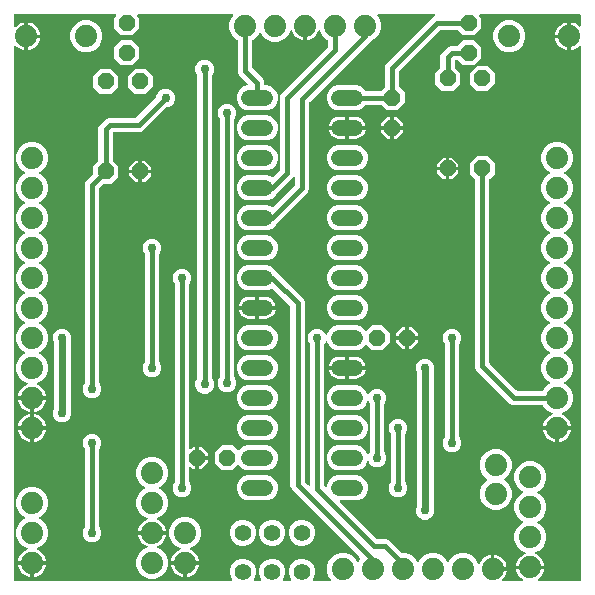
<source format=gbr>
G04 EAGLE Gerber RS-274X export*
G75*
%MOMM*%
%FSLAX34Y34*%
%LPD*%
%INBottom Copper*%
%IPPOS*%
%AMOC8*
5,1,8,0,0,1.08239X$1,22.5*%
G01*
%ADD10P,1.429621X8X292.500000*%
%ADD11P,1.429621X8X22.500000*%
%ADD12P,1.429621X8X202.500000*%
%ADD13P,1.429621X8X112.500000*%
%ADD14C,1.320800*%
%ADD15C,1.879600*%
%ADD16C,1.408000*%
%ADD17C,0.406400*%
%ADD18C,0.756400*%
%ADD19C,0.609600*%

G36*
X193758Y10172D02*
X193758Y10172D01*
X193830Y10174D01*
X193878Y10192D01*
X193930Y10200D01*
X193993Y10234D01*
X194061Y10259D01*
X194101Y10291D01*
X194147Y10316D01*
X194196Y10368D01*
X194253Y10412D01*
X194281Y10456D01*
X194317Y10494D01*
X194347Y10559D01*
X194386Y10619D01*
X194398Y10670D01*
X194420Y10717D01*
X194428Y10788D01*
X194446Y10858D01*
X194442Y10910D01*
X194447Y10961D01*
X194432Y11032D01*
X194426Y11103D01*
X194406Y11151D01*
X194395Y11202D01*
X194358Y11263D01*
X194330Y11329D01*
X194285Y11385D01*
X194269Y11413D01*
X194251Y11428D01*
X194225Y11460D01*
X194186Y11500D01*
X192495Y15581D01*
X192495Y19999D01*
X194186Y24080D01*
X197310Y27204D01*
X201391Y28895D01*
X205809Y28895D01*
X209890Y27204D01*
X213014Y24080D01*
X214705Y19999D01*
X214705Y15581D01*
X213014Y11500D01*
X212975Y11460D01*
X212933Y11402D01*
X212883Y11350D01*
X212862Y11303D01*
X212831Y11261D01*
X212810Y11192D01*
X212780Y11127D01*
X212774Y11075D01*
X212759Y11026D01*
X212761Y10954D01*
X212753Y10883D01*
X212764Y10832D01*
X212765Y10780D01*
X212790Y10712D01*
X212805Y10642D01*
X212832Y10597D01*
X212850Y10549D01*
X212894Y10493D01*
X212931Y10431D01*
X212971Y10397D01*
X213003Y10357D01*
X213064Y10318D01*
X213118Y10271D01*
X213166Y10252D01*
X213210Y10224D01*
X213280Y10206D01*
X213346Y10179D01*
X213417Y10171D01*
X213449Y10163D01*
X213472Y10165D01*
X213513Y10161D01*
X218687Y10161D01*
X218758Y10172D01*
X218830Y10174D01*
X218878Y10192D01*
X218930Y10200D01*
X218993Y10234D01*
X219061Y10259D01*
X219101Y10291D01*
X219147Y10316D01*
X219196Y10368D01*
X219253Y10412D01*
X219281Y10456D01*
X219317Y10494D01*
X219347Y10559D01*
X219386Y10619D01*
X219398Y10670D01*
X219420Y10717D01*
X219428Y10788D01*
X219446Y10858D01*
X219442Y10910D01*
X219447Y10961D01*
X219432Y11032D01*
X219426Y11103D01*
X219406Y11151D01*
X219395Y11202D01*
X219358Y11263D01*
X219330Y11329D01*
X219285Y11385D01*
X219269Y11413D01*
X219251Y11428D01*
X219225Y11460D01*
X219186Y11500D01*
X217495Y15581D01*
X217495Y19999D01*
X219186Y24080D01*
X222310Y27204D01*
X226391Y28895D01*
X230809Y28895D01*
X234890Y27204D01*
X238014Y24080D01*
X239705Y19999D01*
X239705Y15581D01*
X238014Y11500D01*
X237975Y11460D01*
X237933Y11402D01*
X237883Y11350D01*
X237862Y11303D01*
X237831Y11261D01*
X237810Y11192D01*
X237780Y11127D01*
X237774Y11075D01*
X237759Y11026D01*
X237761Y10954D01*
X237753Y10883D01*
X237764Y10832D01*
X237765Y10780D01*
X237790Y10712D01*
X237805Y10642D01*
X237832Y10597D01*
X237850Y10549D01*
X237894Y10493D01*
X237931Y10431D01*
X237971Y10397D01*
X238003Y10357D01*
X238064Y10318D01*
X238118Y10271D01*
X238166Y10252D01*
X238210Y10224D01*
X238280Y10206D01*
X238346Y10179D01*
X238417Y10171D01*
X238449Y10163D01*
X238472Y10165D01*
X238513Y10161D01*
X243687Y10161D01*
X243758Y10172D01*
X243830Y10174D01*
X243878Y10192D01*
X243930Y10200D01*
X243993Y10234D01*
X244061Y10259D01*
X244101Y10291D01*
X244147Y10316D01*
X244196Y10368D01*
X244253Y10412D01*
X244281Y10456D01*
X244317Y10494D01*
X244347Y10559D01*
X244386Y10619D01*
X244398Y10670D01*
X244420Y10717D01*
X244428Y10788D01*
X244446Y10858D01*
X244442Y10910D01*
X244447Y10961D01*
X244432Y11032D01*
X244426Y11103D01*
X244406Y11151D01*
X244395Y11202D01*
X244358Y11263D01*
X244330Y11329D01*
X244285Y11385D01*
X244269Y11413D01*
X244251Y11428D01*
X244225Y11460D01*
X244186Y11500D01*
X242495Y15581D01*
X242495Y19999D01*
X244186Y24080D01*
X247310Y27204D01*
X251391Y28895D01*
X255809Y28895D01*
X259890Y27204D01*
X263014Y24080D01*
X264705Y19999D01*
X264705Y15581D01*
X263014Y11500D01*
X262975Y11460D01*
X262933Y11402D01*
X262883Y11350D01*
X262862Y11303D01*
X262831Y11261D01*
X262810Y11192D01*
X262780Y11127D01*
X262774Y11075D01*
X262759Y11026D01*
X262761Y10954D01*
X262753Y10883D01*
X262764Y10832D01*
X262765Y10780D01*
X262790Y10712D01*
X262805Y10642D01*
X262832Y10597D01*
X262850Y10549D01*
X262894Y10493D01*
X262931Y10431D01*
X262971Y10397D01*
X263003Y10357D01*
X263064Y10318D01*
X263118Y10271D01*
X263166Y10252D01*
X263210Y10224D01*
X263280Y10206D01*
X263346Y10179D01*
X263417Y10171D01*
X263449Y10163D01*
X263472Y10165D01*
X263513Y10161D01*
X277572Y10161D01*
X277643Y10172D01*
X277715Y10174D01*
X277764Y10192D01*
X277815Y10200D01*
X277878Y10234D01*
X277946Y10259D01*
X277986Y10291D01*
X278032Y10316D01*
X278082Y10368D01*
X278138Y10412D01*
X278166Y10456D01*
X278202Y10494D01*
X278232Y10559D01*
X278271Y10619D01*
X278283Y10670D01*
X278305Y10717D01*
X278313Y10788D01*
X278331Y10858D01*
X278327Y10910D01*
X278333Y10961D01*
X278317Y11032D01*
X278312Y11103D01*
X278291Y11151D01*
X278280Y11202D01*
X278243Y11263D01*
X278215Y11329D01*
X278171Y11385D01*
X278154Y11413D01*
X278136Y11428D01*
X278111Y11460D01*
X276877Y12694D01*
X274827Y17642D01*
X274827Y22998D01*
X276877Y27946D01*
X280664Y31733D01*
X285612Y33783D01*
X290968Y33783D01*
X295916Y31733D01*
X299703Y27946D01*
X300287Y26537D01*
X300324Y26476D01*
X300354Y26411D01*
X300389Y26372D01*
X300416Y26328D01*
X300472Y26282D01*
X300520Y26230D01*
X300566Y26205D01*
X300606Y26171D01*
X300673Y26146D01*
X300736Y26111D01*
X300787Y26102D01*
X300835Y26083D01*
X300907Y26080D01*
X300978Y26067D01*
X301029Y26075D01*
X301081Y26073D01*
X301150Y26093D01*
X301221Y26103D01*
X301267Y26127D01*
X301317Y26141D01*
X301376Y26182D01*
X301440Y26215D01*
X301477Y26252D01*
X301519Y26282D01*
X301562Y26339D01*
X301612Y26390D01*
X301647Y26453D01*
X301666Y26479D01*
X301673Y26501D01*
X301693Y26537D01*
X302277Y27946D01*
X303131Y28800D01*
X303143Y28816D01*
X303158Y28829D01*
X303214Y28916D01*
X303275Y29000D01*
X303280Y29019D01*
X303291Y29036D01*
X303317Y29136D01*
X303347Y29235D01*
X303346Y29255D01*
X303351Y29274D01*
X303343Y29377D01*
X303341Y29481D01*
X303334Y29500D01*
X303332Y29520D01*
X303292Y29614D01*
X303256Y29712D01*
X303244Y29728D01*
X303236Y29746D01*
X303131Y29877D01*
X245021Y87986D01*
X244093Y90227D01*
X244093Y242269D01*
X244079Y242359D01*
X244071Y242450D01*
X244059Y242480D01*
X244054Y242512D01*
X244011Y242593D01*
X243975Y242677D01*
X243949Y242709D01*
X243938Y242729D01*
X243915Y242752D01*
X243870Y242808D01*
X229243Y257435D01*
X229149Y257502D01*
X229054Y257573D01*
X229048Y257575D01*
X229043Y257578D01*
X228932Y257613D01*
X228820Y257649D01*
X228814Y257649D01*
X228808Y257651D01*
X228691Y257648D01*
X228574Y257647D01*
X228567Y257645D01*
X228562Y257644D01*
X228545Y257638D01*
X228413Y257600D01*
X224626Y256031D01*
X207174Y256031D01*
X203253Y257655D01*
X200251Y260657D01*
X198627Y264578D01*
X198627Y268822D01*
X200251Y272743D01*
X203253Y275745D01*
X207174Y277369D01*
X224626Y277369D01*
X228547Y275745D01*
X231549Y272743D01*
X231761Y272231D01*
X231809Y272153D01*
X231850Y272072D01*
X231873Y272050D01*
X231890Y272022D01*
X231946Y271976D01*
X255359Y248564D01*
X256287Y246323D01*
X256287Y94281D01*
X256301Y94191D01*
X256309Y94100D01*
X256321Y94070D01*
X256326Y94038D01*
X256369Y93957D01*
X256405Y93873D01*
X256431Y93841D01*
X256442Y93821D01*
X256465Y93798D01*
X256510Y93742D01*
X259304Y90948D01*
X259362Y90906D01*
X259414Y90857D01*
X259461Y90835D01*
X259503Y90805D01*
X259572Y90784D01*
X259637Y90753D01*
X259689Y90748D01*
X259739Y90732D01*
X259810Y90734D01*
X259881Y90726D01*
X259932Y90737D01*
X259984Y90739D01*
X260052Y90763D01*
X260122Y90779D01*
X260167Y90805D01*
X260215Y90823D01*
X260271Y90868D01*
X260333Y90905D01*
X260367Y90944D01*
X260407Y90977D01*
X260446Y91037D01*
X260493Y91092D01*
X260512Y91140D01*
X260540Y91184D01*
X260558Y91253D01*
X260585Y91320D01*
X260593Y91391D01*
X260601Y91422D01*
X260599Y91446D01*
X260603Y91487D01*
X260603Y210584D01*
X260589Y210675D01*
X260581Y210765D01*
X260569Y210795D01*
X260564Y210827D01*
X260521Y210908D01*
X260485Y210992D01*
X260459Y211024D01*
X260448Y211045D01*
X260425Y211067D01*
X260380Y211123D01*
X260048Y211455D01*
X258853Y214339D01*
X258853Y217461D01*
X260048Y220345D01*
X262255Y222552D01*
X265139Y223747D01*
X268261Y223747D01*
X271145Y222552D01*
X273352Y220345D01*
X273867Y219101D01*
X273905Y219040D01*
X273934Y218974D01*
X273970Y218936D01*
X273997Y218892D01*
X274052Y218846D01*
X274101Y218793D01*
X274146Y218768D01*
X274187Y218735D01*
X274253Y218709D01*
X274316Y218675D01*
X274368Y218665D01*
X274416Y218647D01*
X274488Y218644D01*
X274558Y218631D01*
X274610Y218638D01*
X274662Y218636D01*
X274731Y218656D01*
X274802Y218667D01*
X274848Y218690D01*
X274898Y218705D01*
X274957Y218746D01*
X275021Y218778D01*
X275057Y218815D01*
X275100Y218845D01*
X275143Y218903D01*
X275193Y218954D01*
X275228Y219017D01*
X275247Y219042D01*
X275254Y219065D01*
X275274Y219101D01*
X276451Y221943D01*
X279453Y224945D01*
X283374Y226569D01*
X300826Y226569D01*
X304747Y224945D01*
X307564Y222128D01*
X307580Y222117D01*
X307592Y222101D01*
X307680Y222045D01*
X307763Y221985D01*
X307782Y221979D01*
X307799Y221968D01*
X307900Y221943D01*
X307999Y221912D01*
X308018Y221913D01*
X308038Y221908D01*
X308141Y221916D01*
X308244Y221919D01*
X308263Y221925D01*
X308283Y221927D01*
X308378Y221967D01*
X308475Y222003D01*
X308491Y222016D01*
X308509Y222023D01*
X308640Y222128D01*
X313081Y226569D01*
X321919Y226569D01*
X328169Y220319D01*
X328169Y211481D01*
X321919Y205231D01*
X313081Y205231D01*
X308640Y209672D01*
X308624Y209683D01*
X308612Y209699D01*
X308524Y209755D01*
X308441Y209815D01*
X308422Y209821D01*
X308405Y209832D01*
X308304Y209857D01*
X308205Y209888D01*
X308186Y209887D01*
X308166Y209892D01*
X308063Y209884D01*
X307960Y209881D01*
X307941Y209875D01*
X307921Y209873D01*
X307826Y209833D01*
X307729Y209797D01*
X307713Y209784D01*
X307695Y209777D01*
X307564Y209672D01*
X304747Y206855D01*
X300826Y205231D01*
X283374Y205231D01*
X279453Y206855D01*
X276451Y209857D01*
X275274Y212699D01*
X275236Y212760D01*
X275207Y212826D01*
X275172Y212864D01*
X275144Y212908D01*
X275089Y212954D01*
X275041Y213007D01*
X274995Y213032D01*
X274955Y213065D01*
X274888Y213091D01*
X274825Y213125D01*
X274774Y213135D01*
X274725Y213153D01*
X274654Y213156D01*
X274583Y213169D01*
X274532Y213162D01*
X274480Y213164D01*
X274411Y213144D01*
X274340Y213133D01*
X274293Y213110D01*
X274243Y213095D01*
X274185Y213054D01*
X274121Y213022D01*
X274084Y212985D01*
X274041Y212955D01*
X273999Y212897D01*
X273948Y212846D01*
X273914Y212783D01*
X273895Y212758D01*
X273887Y212735D01*
X273867Y212699D01*
X273352Y211455D01*
X273020Y211123D01*
X272967Y211049D01*
X272907Y210979D01*
X272895Y210949D01*
X272876Y210923D01*
X272849Y210836D01*
X272815Y210751D01*
X272811Y210710D01*
X272804Y210688D01*
X272805Y210656D01*
X272797Y210584D01*
X272797Y90471D01*
X272811Y90381D01*
X272819Y90290D01*
X272831Y90260D01*
X272836Y90228D01*
X272879Y90147D01*
X272915Y90063D01*
X272941Y90031D01*
X272952Y90011D01*
X272975Y89988D01*
X273020Y89932D01*
X273528Y89424D01*
X273586Y89382D01*
X273638Y89333D01*
X273685Y89311D01*
X273727Y89281D01*
X273796Y89260D01*
X273861Y89229D01*
X273913Y89224D01*
X273963Y89208D01*
X274034Y89210D01*
X274105Y89202D01*
X274156Y89213D01*
X274208Y89215D01*
X274276Y89239D01*
X274346Y89255D01*
X274391Y89281D01*
X274439Y89299D01*
X274495Y89344D01*
X274557Y89381D01*
X274591Y89420D01*
X274631Y89453D01*
X274670Y89513D01*
X274717Y89568D01*
X274736Y89616D01*
X274764Y89660D01*
X274782Y89729D01*
X274809Y89796D01*
X274817Y89867D01*
X274825Y89898D01*
X274823Y89922D01*
X274827Y89963D01*
X274827Y91022D01*
X276451Y94943D01*
X279453Y97945D01*
X283374Y99569D01*
X300826Y99569D01*
X304747Y97945D01*
X307749Y94943D01*
X309373Y91022D01*
X309373Y86778D01*
X307749Y82857D01*
X304747Y79855D01*
X300826Y78231D01*
X286559Y78231D01*
X286488Y78220D01*
X286416Y78218D01*
X286367Y78200D01*
X286316Y78192D01*
X286253Y78158D01*
X286185Y78133D01*
X286145Y78101D01*
X286098Y78076D01*
X286049Y78024D01*
X285993Y77980D01*
X285965Y77936D01*
X285929Y77898D01*
X285899Y77833D01*
X285860Y77773D01*
X285847Y77722D01*
X285825Y77675D01*
X285818Y77604D01*
X285800Y77534D01*
X285804Y77482D01*
X285798Y77431D01*
X285814Y77360D01*
X285819Y77289D01*
X285840Y77241D01*
X285851Y77190D01*
X285887Y77129D01*
X285916Y77063D01*
X285960Y77007D01*
X285977Y76979D01*
X285995Y76964D01*
X286020Y76932D01*
X317262Y45690D01*
X317336Y45637D01*
X317406Y45577D01*
X317436Y45565D01*
X317462Y45546D01*
X317549Y45519D01*
X317634Y45485D01*
X317675Y45481D01*
X317697Y45474D01*
X317729Y45475D01*
X317801Y45467D01*
X325063Y45467D01*
X327304Y44539D01*
X337836Y34006D01*
X337910Y33953D01*
X337980Y33893D01*
X338010Y33881D01*
X338036Y33862D01*
X338123Y33835D01*
X338208Y33801D01*
X338249Y33797D01*
X338271Y33790D01*
X338303Y33791D01*
X338375Y33783D01*
X341768Y33783D01*
X346716Y31733D01*
X350503Y27946D01*
X351087Y26537D01*
X351124Y26476D01*
X351154Y26411D01*
X351189Y26372D01*
X351216Y26328D01*
X351272Y26282D01*
X351320Y26230D01*
X351366Y26205D01*
X351406Y26171D01*
X351473Y26146D01*
X351536Y26111D01*
X351587Y26102D01*
X351635Y26083D01*
X351707Y26080D01*
X351778Y26067D01*
X351829Y26075D01*
X351881Y26073D01*
X351950Y26093D01*
X352021Y26103D01*
X352067Y26127D01*
X352117Y26141D01*
X352176Y26182D01*
X352240Y26215D01*
X352277Y26252D01*
X352319Y26282D01*
X352362Y26339D01*
X352412Y26390D01*
X352447Y26453D01*
X352466Y26479D01*
X352473Y26501D01*
X352493Y26537D01*
X353077Y27946D01*
X356864Y31733D01*
X361812Y33783D01*
X367168Y33783D01*
X372116Y31733D01*
X375903Y27946D01*
X376487Y26537D01*
X376524Y26476D01*
X376554Y26411D01*
X376589Y26372D01*
X376616Y26328D01*
X376672Y26282D01*
X376720Y26230D01*
X376766Y26205D01*
X376806Y26171D01*
X376873Y26146D01*
X376936Y26111D01*
X376987Y26102D01*
X377035Y26083D01*
X377107Y26080D01*
X377178Y26067D01*
X377229Y26075D01*
X377281Y26073D01*
X377350Y26093D01*
X377421Y26103D01*
X377467Y26127D01*
X377517Y26141D01*
X377576Y26182D01*
X377640Y26215D01*
X377677Y26252D01*
X377719Y26282D01*
X377762Y26339D01*
X377812Y26390D01*
X377847Y26453D01*
X377866Y26479D01*
X377873Y26501D01*
X377893Y26537D01*
X378477Y27946D01*
X382264Y31733D01*
X387212Y33783D01*
X392568Y33783D01*
X397516Y31733D01*
X401303Y27946D01*
X402706Y24560D01*
X402759Y24474D01*
X402807Y24385D01*
X402824Y24370D01*
X402835Y24351D01*
X402913Y24287D01*
X402987Y24218D01*
X403008Y24209D01*
X403025Y24194D01*
X403119Y24158D01*
X403212Y24116D01*
X403234Y24114D01*
X403254Y24106D01*
X403355Y24102D01*
X403456Y24092D01*
X403478Y24097D01*
X403500Y24096D01*
X403597Y24124D01*
X403696Y24147D01*
X403715Y24158D01*
X403736Y24164D01*
X403819Y24222D01*
X403906Y24275D01*
X403920Y24292D01*
X403938Y24305D01*
X403999Y24386D01*
X404064Y24464D01*
X404075Y24488D01*
X404085Y24502D01*
X404095Y24533D01*
X404133Y24616D01*
X404226Y24903D01*
X405079Y26577D01*
X406184Y28098D01*
X407512Y29426D01*
X409033Y30531D01*
X410707Y31384D01*
X412494Y31965D01*
X413767Y32166D01*
X413767Y21082D01*
X413770Y21062D01*
X413768Y21043D01*
X413790Y20941D01*
X413807Y20839D01*
X413816Y20822D01*
X413820Y20802D01*
X413873Y20713D01*
X413922Y20622D01*
X413936Y20608D01*
X413946Y20591D01*
X414025Y20524D01*
X414100Y20453D01*
X414118Y20444D01*
X414133Y20431D01*
X414229Y20393D01*
X414323Y20349D01*
X414343Y20347D01*
X414361Y20339D01*
X414528Y20321D01*
X415291Y20321D01*
X415291Y19558D01*
X415294Y19538D01*
X415292Y19519D01*
X415314Y19417D01*
X415331Y19315D01*
X415340Y19298D01*
X415344Y19278D01*
X415397Y19189D01*
X415446Y19098D01*
X415460Y19084D01*
X415470Y19067D01*
X415549Y19000D01*
X415624Y18929D01*
X415642Y18920D01*
X415657Y18907D01*
X415753Y18868D01*
X415847Y18825D01*
X415867Y18823D01*
X415885Y18815D01*
X416052Y18797D01*
X427136Y18797D01*
X426935Y17524D01*
X426354Y15737D01*
X425501Y14063D01*
X424396Y12542D01*
X423314Y11460D01*
X423272Y11402D01*
X423223Y11350D01*
X423201Y11303D01*
X423171Y11261D01*
X423150Y11192D01*
X423119Y11127D01*
X423114Y11075D01*
X423098Y11025D01*
X423100Y10954D01*
X423092Y10883D01*
X423103Y10832D01*
X423105Y10780D01*
X423129Y10712D01*
X423144Y10642D01*
X423171Y10597D01*
X423189Y10549D01*
X423234Y10493D01*
X423271Y10431D01*
X423310Y10397D01*
X423343Y10357D01*
X423403Y10318D01*
X423458Y10271D01*
X423506Y10252D01*
X423550Y10224D01*
X423619Y10206D01*
X423686Y10179D01*
X423757Y10171D01*
X423788Y10163D01*
X423812Y10165D01*
X423852Y10161D01*
X440117Y10161D01*
X440125Y10162D01*
X440133Y10161D01*
X440246Y10182D01*
X440360Y10200D01*
X440367Y10204D01*
X440374Y10206D01*
X440476Y10262D01*
X440577Y10316D01*
X440582Y10321D01*
X440589Y10325D01*
X440667Y10411D01*
X440746Y10494D01*
X440750Y10501D01*
X440755Y10507D01*
X440801Y10613D01*
X440850Y10717D01*
X440851Y10725D01*
X440854Y10732D01*
X440864Y10847D01*
X440877Y10961D01*
X440875Y10969D01*
X440876Y10977D01*
X440849Y11089D01*
X440825Y11202D01*
X440821Y11209D01*
X440819Y11216D01*
X440758Y11314D01*
X440699Y11413D01*
X440692Y11418D01*
X440688Y11425D01*
X440564Y11538D01*
X439262Y12484D01*
X437934Y13812D01*
X436829Y15333D01*
X435976Y17007D01*
X435395Y18794D01*
X435194Y20067D01*
X446278Y20067D01*
X446298Y20070D01*
X446317Y20068D01*
X446419Y20090D01*
X446521Y20107D01*
X446538Y20116D01*
X446558Y20120D01*
X446647Y20173D01*
X446738Y20222D01*
X446752Y20236D01*
X446769Y20246D01*
X446836Y20325D01*
X446907Y20400D01*
X446916Y20418D01*
X446929Y20433D01*
X446967Y20529D01*
X447011Y20623D01*
X447013Y20643D01*
X447021Y20661D01*
X447039Y20828D01*
X447039Y22352D01*
X447037Y22367D01*
X447038Y22380D01*
X447037Y22384D01*
X447038Y22391D01*
X447016Y22493D01*
X446999Y22595D01*
X446990Y22612D01*
X446986Y22632D01*
X446933Y22721D01*
X446884Y22812D01*
X446870Y22826D01*
X446860Y22843D01*
X446781Y22910D01*
X446706Y22981D01*
X446688Y22990D01*
X446673Y23003D01*
X446577Y23042D01*
X446483Y23085D01*
X446463Y23087D01*
X446445Y23095D01*
X446278Y23113D01*
X435194Y23113D01*
X435395Y24386D01*
X435976Y26173D01*
X436829Y27847D01*
X437934Y29368D01*
X439262Y30696D01*
X440783Y31801D01*
X442457Y32654D01*
X442744Y32747D01*
X442834Y32794D01*
X442926Y32835D01*
X442942Y32850D01*
X442962Y32860D01*
X443033Y32933D01*
X443107Y33001D01*
X443118Y33021D01*
X443133Y33037D01*
X443177Y33128D01*
X443226Y33217D01*
X443230Y33239D01*
X443239Y33259D01*
X443252Y33359D01*
X443270Y33459D01*
X443266Y33481D01*
X443269Y33503D01*
X443249Y33602D01*
X443234Y33702D01*
X443224Y33722D01*
X443219Y33744D01*
X443168Y33831D01*
X443122Y33921D01*
X443106Y33937D01*
X443095Y33956D01*
X443019Y34023D01*
X442947Y34094D01*
X442923Y34107D01*
X442910Y34118D01*
X442880Y34130D01*
X442800Y34174D01*
X439414Y35577D01*
X435627Y39364D01*
X433577Y44312D01*
X433577Y49668D01*
X435627Y54616D01*
X439414Y58403D01*
X440823Y58987D01*
X440884Y59025D01*
X440949Y59054D01*
X440988Y59089D01*
X441032Y59116D01*
X441078Y59172D01*
X441130Y59220D01*
X441155Y59266D01*
X441189Y59306D01*
X441214Y59373D01*
X441249Y59436D01*
X441258Y59487D01*
X441277Y59535D01*
X441280Y59607D01*
X441293Y59678D01*
X441285Y59729D01*
X441287Y59781D01*
X441267Y59850D01*
X441257Y59921D01*
X441233Y59967D01*
X441219Y60017D01*
X441178Y60076D01*
X441145Y60140D01*
X441108Y60177D01*
X441078Y60219D01*
X441021Y60262D01*
X440970Y60312D01*
X440907Y60347D01*
X440881Y60366D01*
X440859Y60373D01*
X440823Y60393D01*
X439414Y60977D01*
X435627Y64764D01*
X433577Y69712D01*
X433577Y75068D01*
X435627Y80016D01*
X439414Y83803D01*
X440823Y84387D01*
X440884Y84425D01*
X440949Y84454D01*
X440988Y84489D01*
X441032Y84516D01*
X441078Y84572D01*
X441130Y84620D01*
X441155Y84666D01*
X441189Y84706D01*
X441214Y84773D01*
X441249Y84836D01*
X441258Y84887D01*
X441277Y84935D01*
X441280Y85007D01*
X441293Y85078D01*
X441285Y85129D01*
X441287Y85181D01*
X441267Y85250D01*
X441257Y85321D01*
X441233Y85367D01*
X441219Y85417D01*
X441178Y85476D01*
X441145Y85540D01*
X441108Y85577D01*
X441078Y85619D01*
X441021Y85662D01*
X440970Y85712D01*
X440907Y85747D01*
X440881Y85766D01*
X440859Y85773D01*
X440823Y85793D01*
X439414Y86377D01*
X435627Y90164D01*
X433577Y95112D01*
X433577Y100468D01*
X435627Y105416D01*
X439414Y109203D01*
X444362Y111253D01*
X449718Y111253D01*
X454666Y109203D01*
X458453Y105416D01*
X460503Y100468D01*
X460503Y95112D01*
X458453Y90164D01*
X454666Y86377D01*
X453257Y85793D01*
X453196Y85756D01*
X453131Y85726D01*
X453092Y85691D01*
X453048Y85664D01*
X453002Y85608D01*
X452950Y85560D01*
X452925Y85514D01*
X452891Y85474D01*
X452866Y85407D01*
X452831Y85344D01*
X452822Y85293D01*
X452803Y85245D01*
X452800Y85173D01*
X452787Y85102D01*
X452795Y85051D01*
X452793Y84999D01*
X452813Y84930D01*
X452823Y84859D01*
X452847Y84813D01*
X452861Y84763D01*
X452902Y84704D01*
X452935Y84640D01*
X452972Y84603D01*
X453002Y84561D01*
X453059Y84518D01*
X453110Y84468D01*
X453173Y84433D01*
X453199Y84414D01*
X453221Y84407D01*
X453257Y84387D01*
X454666Y83803D01*
X458453Y80016D01*
X460503Y75068D01*
X460503Y69712D01*
X458453Y64764D01*
X454666Y60977D01*
X453257Y60393D01*
X453196Y60356D01*
X453131Y60326D01*
X453092Y60291D01*
X453048Y60264D01*
X453002Y60208D01*
X452950Y60160D01*
X452925Y60114D01*
X452891Y60074D01*
X452866Y60007D01*
X452831Y59944D01*
X452822Y59893D01*
X452803Y59845D01*
X452800Y59773D01*
X452787Y59702D01*
X452795Y59651D01*
X452793Y59599D01*
X452813Y59530D01*
X452823Y59459D01*
X452847Y59413D01*
X452861Y59363D01*
X452902Y59304D01*
X452935Y59240D01*
X452972Y59203D01*
X453002Y59161D01*
X453059Y59118D01*
X453110Y59068D01*
X453173Y59033D01*
X453199Y59014D01*
X453221Y59007D01*
X453257Y58987D01*
X454666Y58403D01*
X458453Y54616D01*
X460503Y49668D01*
X460503Y44312D01*
X458453Y39364D01*
X454666Y35577D01*
X451280Y34174D01*
X451194Y34121D01*
X451105Y34073D01*
X451090Y34056D01*
X451071Y34045D01*
X451007Y33967D01*
X450938Y33893D01*
X450929Y33872D01*
X450914Y33855D01*
X450878Y33761D01*
X450836Y33668D01*
X450834Y33646D01*
X450826Y33626D01*
X450822Y33525D01*
X450812Y33424D01*
X450817Y33402D01*
X450816Y33380D01*
X450844Y33283D01*
X450867Y33184D01*
X450878Y33165D01*
X450884Y33144D01*
X450942Y33060D01*
X450995Y32974D01*
X451012Y32960D01*
X451025Y32942D01*
X451106Y32881D01*
X451184Y32816D01*
X451208Y32805D01*
X451222Y32795D01*
X451253Y32785D01*
X451336Y32747D01*
X451623Y32654D01*
X453297Y31801D01*
X454818Y30696D01*
X456146Y29368D01*
X457251Y27847D01*
X458104Y26173D01*
X458685Y24386D01*
X458886Y23113D01*
X447802Y23113D01*
X447782Y23110D01*
X447763Y23112D01*
X447661Y23090D01*
X447559Y23073D01*
X447542Y23064D01*
X447522Y23060D01*
X447433Y23007D01*
X447342Y22958D01*
X447328Y22944D01*
X447311Y22934D01*
X447244Y22855D01*
X447173Y22780D01*
X447164Y22762D01*
X447151Y22747D01*
X447113Y22651D01*
X447069Y22557D01*
X447067Y22537D01*
X447059Y22519D01*
X447041Y22352D01*
X447041Y20828D01*
X447044Y20808D01*
X447042Y20789D01*
X447064Y20687D01*
X447081Y20585D01*
X447090Y20568D01*
X447094Y20548D01*
X447147Y20459D01*
X447196Y20368D01*
X447210Y20354D01*
X447220Y20337D01*
X447299Y20270D01*
X447374Y20199D01*
X447392Y20190D01*
X447407Y20177D01*
X447503Y20138D01*
X447597Y20095D01*
X447617Y20093D01*
X447635Y20085D01*
X447802Y20067D01*
X458886Y20067D01*
X458685Y18794D01*
X458104Y17007D01*
X457251Y15333D01*
X456146Y13812D01*
X454818Y12484D01*
X453516Y11538D01*
X453510Y11532D01*
X453503Y11528D01*
X453424Y11445D01*
X453343Y11363D01*
X453339Y11356D01*
X453334Y11350D01*
X453285Y11246D01*
X453235Y11142D01*
X453233Y11134D01*
X453230Y11127D01*
X453217Y11013D01*
X453202Y10898D01*
X453204Y10890D01*
X453203Y10883D01*
X453227Y10770D01*
X453250Y10657D01*
X453254Y10650D01*
X453255Y10642D01*
X453314Y10544D01*
X453371Y10443D01*
X453377Y10438D01*
X453381Y10431D01*
X453469Y10356D01*
X453555Y10279D01*
X453562Y10276D01*
X453568Y10271D01*
X453676Y10228D01*
X453781Y10183D01*
X453789Y10182D01*
X453797Y10179D01*
X453963Y10161D01*
X489078Y10161D01*
X489098Y10164D01*
X489117Y10162D01*
X489219Y10184D01*
X489321Y10200D01*
X489338Y10210D01*
X489358Y10214D01*
X489447Y10267D01*
X489538Y10316D01*
X489552Y10330D01*
X489569Y10340D01*
X489636Y10419D01*
X489708Y10494D01*
X489716Y10512D01*
X489729Y10527D01*
X489768Y10623D01*
X489811Y10717D01*
X489813Y10737D01*
X489821Y10755D01*
X489839Y10922D01*
X489839Y462228D01*
X489828Y462298D01*
X489826Y462370D01*
X489808Y462419D01*
X489800Y462470D01*
X489766Y462534D01*
X489741Y462601D01*
X489709Y462642D01*
X489684Y462688D01*
X489632Y462737D01*
X489588Y462793D01*
X489544Y462821D01*
X489506Y462857D01*
X489441Y462887D01*
X489381Y462926D01*
X489330Y462939D01*
X489283Y462961D01*
X489212Y462969D01*
X489142Y462986D01*
X489090Y462982D01*
X489039Y462988D01*
X488968Y462973D01*
X488897Y462967D01*
X488849Y462947D01*
X488798Y462936D01*
X488737Y462899D01*
X488671Y462871D01*
X488615Y462826D01*
X488587Y462809D01*
X488572Y462792D01*
X488540Y462766D01*
X487838Y462064D01*
X486317Y460959D01*
X484643Y460106D01*
X482856Y459525D01*
X481583Y459324D01*
X481583Y470408D01*
X481580Y470428D01*
X481582Y470447D01*
X481560Y470549D01*
X481543Y470651D01*
X481534Y470668D01*
X481530Y470688D01*
X481477Y470777D01*
X481428Y470868D01*
X481414Y470882D01*
X481404Y470899D01*
X481325Y470966D01*
X481250Y471037D01*
X481232Y471046D01*
X481217Y471059D01*
X481121Y471097D01*
X481027Y471141D01*
X481007Y471143D01*
X480989Y471151D01*
X480822Y471169D01*
X480059Y471169D01*
X480059Y471171D01*
X480822Y471171D01*
X480842Y471174D01*
X480861Y471172D01*
X480963Y471194D01*
X481065Y471211D01*
X481082Y471220D01*
X481102Y471224D01*
X481191Y471277D01*
X481282Y471326D01*
X481296Y471340D01*
X481313Y471350D01*
X481380Y471429D01*
X481451Y471504D01*
X481460Y471522D01*
X481473Y471537D01*
X481512Y471633D01*
X481555Y471727D01*
X481557Y471747D01*
X481565Y471765D01*
X481583Y471932D01*
X481583Y483016D01*
X482856Y482815D01*
X484643Y482234D01*
X486317Y481381D01*
X487838Y480276D01*
X488540Y479574D01*
X488598Y479532D01*
X488650Y479483D01*
X488697Y479461D01*
X488739Y479431D01*
X488808Y479410D01*
X488873Y479379D01*
X488925Y479374D01*
X488975Y479358D01*
X489046Y479360D01*
X489117Y479352D01*
X489168Y479363D01*
X489220Y479365D01*
X489288Y479389D01*
X489358Y479404D01*
X489403Y479431D01*
X489451Y479449D01*
X489507Y479494D01*
X489569Y479531D01*
X489603Y479570D01*
X489643Y479603D01*
X489682Y479663D01*
X489729Y479718D01*
X489748Y479766D01*
X489776Y479810D01*
X489794Y479879D01*
X489821Y479946D01*
X489829Y480017D01*
X489837Y480048D01*
X489835Y480072D01*
X489839Y480112D01*
X489839Y489078D01*
X489836Y489098D01*
X489838Y489117D01*
X489816Y489219D01*
X489800Y489321D01*
X489790Y489338D01*
X489786Y489358D01*
X489733Y489447D01*
X489684Y489538D01*
X489670Y489552D01*
X489660Y489569D01*
X489581Y489636D01*
X489506Y489708D01*
X489488Y489716D01*
X489473Y489729D01*
X489377Y489768D01*
X489283Y489811D01*
X489263Y489813D01*
X489245Y489821D01*
X489078Y489839D01*
X404656Y489839D01*
X404586Y489828D01*
X404514Y489826D01*
X404465Y489808D01*
X404414Y489800D01*
X404350Y489766D01*
X404283Y489741D01*
X404242Y489709D01*
X404196Y489684D01*
X404147Y489632D01*
X404091Y489588D01*
X404063Y489544D01*
X404027Y489506D01*
X403997Y489441D01*
X403958Y489381D01*
X403945Y489330D01*
X403923Y489283D01*
X403915Y489212D01*
X403898Y489142D01*
X403902Y489090D01*
X403896Y489039D01*
X403911Y488968D01*
X403917Y488897D01*
X403937Y488849D01*
X403948Y488798D01*
X403985Y488737D01*
X404013Y488671D01*
X404058Y488615D01*
X404075Y488587D01*
X404092Y488572D01*
X404118Y488540D01*
X405639Y487019D01*
X405639Y478181D01*
X399389Y471931D01*
X390551Y471931D01*
X386202Y476280D01*
X386128Y476333D01*
X386058Y476393D01*
X386028Y476405D01*
X386002Y476424D01*
X385915Y476451D01*
X385830Y476485D01*
X385789Y476489D01*
X385767Y476496D01*
X385735Y476495D01*
X385664Y476503D01*
X371141Y476503D01*
X371051Y476489D01*
X370960Y476481D01*
X370930Y476469D01*
X370898Y476464D01*
X370817Y476421D01*
X370733Y476385D01*
X370701Y476359D01*
X370681Y476348D01*
X370658Y476325D01*
X370602Y476280D01*
X336520Y442198D01*
X336467Y442124D01*
X336407Y442054D01*
X336395Y442024D01*
X336376Y441998D01*
X336349Y441911D01*
X336315Y441826D01*
X336311Y441785D01*
X336304Y441763D01*
X336305Y441731D01*
X336297Y441659D01*
X336297Y428406D01*
X336311Y428316D01*
X336319Y428225D01*
X336331Y428196D01*
X336336Y428164D01*
X336379Y428083D01*
X336415Y427999D01*
X336441Y427967D01*
X336452Y427946D01*
X336475Y427924D01*
X336520Y427868D01*
X340869Y423519D01*
X340869Y414681D01*
X334619Y408431D01*
X325781Y408431D01*
X321432Y412780D01*
X321358Y412833D01*
X321288Y412893D01*
X321258Y412905D01*
X321232Y412924D01*
X321145Y412951D01*
X321060Y412985D01*
X321019Y412989D01*
X320997Y412996D01*
X320965Y412995D01*
X320894Y413003D01*
X308010Y413003D01*
X307920Y412989D01*
X307829Y412981D01*
X307800Y412969D01*
X307768Y412964D01*
X307687Y412921D01*
X307603Y412885D01*
X307571Y412859D01*
X307550Y412848D01*
X307528Y412825D01*
X307472Y412780D01*
X304747Y410055D01*
X300826Y408431D01*
X283374Y408431D01*
X279453Y410055D01*
X276451Y413057D01*
X274827Y416978D01*
X274827Y421222D01*
X276451Y425143D01*
X279453Y428145D01*
X283374Y429769D01*
X300826Y429769D01*
X304747Y428145D01*
X307472Y425420D01*
X307546Y425367D01*
X307616Y425307D01*
X307646Y425295D01*
X307672Y425276D01*
X307759Y425249D01*
X307844Y425215D01*
X307885Y425211D01*
X307907Y425204D01*
X307939Y425205D01*
X308010Y425197D01*
X320894Y425197D01*
X320984Y425211D01*
X321075Y425219D01*
X321104Y425231D01*
X321136Y425236D01*
X321217Y425279D01*
X321301Y425315D01*
X321333Y425341D01*
X321354Y425352D01*
X321376Y425375D01*
X321432Y425420D01*
X323880Y427868D01*
X323933Y427942D01*
X323993Y428012D01*
X324005Y428042D01*
X324024Y428068D01*
X324051Y428155D01*
X324085Y428240D01*
X324089Y428281D01*
X324096Y428303D01*
X324095Y428335D01*
X324103Y428406D01*
X324103Y445713D01*
X325031Y447954D01*
X326853Y449776D01*
X326854Y449776D01*
X364846Y487769D01*
X366310Y488375D01*
X366393Y488426D01*
X366479Y488472D01*
X366497Y488490D01*
X366519Y488504D01*
X366581Y488580D01*
X366648Y488650D01*
X366659Y488674D01*
X366676Y488694D01*
X366711Y488785D01*
X366752Y488873D01*
X366755Y488899D01*
X366764Y488923D01*
X366768Y489021D01*
X366779Y489117D01*
X366773Y489143D01*
X366774Y489169D01*
X366747Y489263D01*
X366727Y489358D01*
X366713Y489380D01*
X366706Y489405D01*
X366650Y489485D01*
X366600Y489569D01*
X366581Y489586D01*
X366566Y489607D01*
X366487Y489666D01*
X366413Y489729D01*
X366389Y489739D01*
X366368Y489754D01*
X366276Y489784D01*
X366185Y489821D01*
X366153Y489824D01*
X366134Y489830D01*
X366101Y489830D01*
X366019Y489839D01*
X318438Y489839D01*
X318367Y489828D01*
X318295Y489826D01*
X318246Y489808D01*
X318195Y489800D01*
X318132Y489766D01*
X318064Y489741D01*
X318024Y489709D01*
X317978Y489684D01*
X317928Y489632D01*
X317872Y489588D01*
X317844Y489544D01*
X317808Y489506D01*
X317778Y489441D01*
X317739Y489381D01*
X317727Y489330D01*
X317705Y489283D01*
X317697Y489212D01*
X317679Y489142D01*
X317683Y489090D01*
X317677Y489039D01*
X317693Y488968D01*
X317698Y488897D01*
X317719Y488849D01*
X317730Y488798D01*
X317767Y488737D01*
X317795Y488671D01*
X317839Y488615D01*
X317856Y488587D01*
X317874Y488572D01*
X317899Y488540D01*
X318753Y487686D01*
X320803Y482738D01*
X320803Y477382D01*
X318753Y472434D01*
X314966Y468647D01*
X312499Y467625D01*
X312443Y467590D01*
X312383Y467565D01*
X312332Y467524D01*
X312319Y467517D01*
X312311Y467508D01*
X312290Y467495D01*
X312278Y467480D01*
X312252Y467460D01*
X260320Y415528D01*
X260267Y415454D01*
X260207Y415384D01*
X260195Y415354D01*
X260176Y415328D01*
X260149Y415241D01*
X260115Y415156D01*
X260111Y415115D01*
X260104Y415093D01*
X260105Y415061D01*
X260097Y414989D01*
X260097Y341687D01*
X259169Y339446D01*
X231989Y312267D01*
X231964Y312251D01*
X231905Y312181D01*
X231842Y312116D01*
X231822Y312080D01*
X231807Y312062D01*
X231795Y312032D01*
X231761Y311969D01*
X231549Y311457D01*
X228547Y308455D01*
X224626Y306831D01*
X207174Y306831D01*
X203253Y308455D01*
X200251Y311457D01*
X198627Y315378D01*
X198627Y319622D01*
X200251Y323543D01*
X203253Y326545D01*
X207174Y328169D01*
X224626Y328169D01*
X228413Y326600D01*
X228527Y326573D01*
X228640Y326545D01*
X228647Y326545D01*
X228653Y326544D01*
X228769Y326555D01*
X228886Y326564D01*
X228891Y326566D01*
X228898Y326567D01*
X229005Y326615D01*
X229112Y326660D01*
X229118Y326665D01*
X229122Y326667D01*
X229136Y326680D01*
X229243Y326765D01*
X247680Y345202D01*
X247733Y345276D01*
X247793Y345346D01*
X247805Y345376D01*
X247824Y345402D01*
X247851Y345489D01*
X247885Y345574D01*
X247889Y345615D01*
X247896Y345637D01*
X247895Y345669D01*
X247903Y345741D01*
X247903Y351783D01*
X247888Y351879D01*
X247878Y351976D01*
X247868Y352000D01*
X247864Y352026D01*
X247818Y352112D01*
X247778Y352201D01*
X247761Y352220D01*
X247748Y352243D01*
X247678Y352310D01*
X247612Y352382D01*
X247589Y352395D01*
X247570Y352413D01*
X247482Y352454D01*
X247396Y352501D01*
X247371Y352505D01*
X247347Y352516D01*
X247250Y352527D01*
X247154Y352544D01*
X247128Y352540D01*
X247103Y352543D01*
X247007Y352523D01*
X246911Y352508D01*
X246888Y352497D01*
X246862Y352491D01*
X246778Y352441D01*
X246692Y352397D01*
X246673Y352378D01*
X246651Y352365D01*
X246588Y352291D01*
X246519Y352221D01*
X246504Y352193D01*
X246491Y352178D01*
X246485Y352163D01*
X231989Y337667D01*
X231964Y337651D01*
X231905Y337581D01*
X231842Y337516D01*
X231822Y337480D01*
X231807Y337462D01*
X231795Y337432D01*
X231761Y337369D01*
X231549Y336857D01*
X228547Y333855D01*
X224626Y332231D01*
X207174Y332231D01*
X203253Y333855D01*
X200251Y336857D01*
X198627Y340778D01*
X198627Y345022D01*
X200251Y348943D01*
X203253Y351945D01*
X207174Y353569D01*
X224626Y353569D01*
X228413Y352000D01*
X228480Y351984D01*
X228490Y351980D01*
X228503Y351979D01*
X228527Y351973D01*
X228640Y351945D01*
X228647Y351945D01*
X228653Y351944D01*
X228769Y351955D01*
X228886Y351964D01*
X228891Y351966D01*
X228898Y351967D01*
X229005Y352015D01*
X229112Y352060D01*
X229118Y352065D01*
X229122Y352067D01*
X229136Y352080D01*
X229179Y352114D01*
X229185Y352117D01*
X229191Y352124D01*
X229243Y352165D01*
X234980Y357902D01*
X235033Y357976D01*
X235093Y358046D01*
X235105Y358076D01*
X235124Y358102D01*
X235151Y358189D01*
X235185Y358274D01*
X235189Y358315D01*
X235196Y358337D01*
X235195Y358369D01*
X235203Y358441D01*
X235203Y420313D01*
X236131Y422554D01*
X275620Y462042D01*
X275673Y462116D01*
X275733Y462186D01*
X275745Y462216D01*
X275764Y462242D01*
X275791Y462329D01*
X275825Y462414D01*
X275829Y462455D01*
X275836Y462477D01*
X275835Y462509D01*
X275843Y462581D01*
X275843Y467505D01*
X275824Y467619D01*
X275807Y467736D01*
X275805Y467741D01*
X275804Y467748D01*
X275749Y467850D01*
X275696Y467955D01*
X275691Y467959D01*
X275688Y467965D01*
X275604Y468045D01*
X275520Y468127D01*
X275514Y468131D01*
X275510Y468134D01*
X275493Y468142D01*
X275373Y468208D01*
X274314Y468647D01*
X270527Y472434D01*
X269124Y475820D01*
X269071Y475906D01*
X269023Y475995D01*
X269006Y476010D01*
X268995Y476029D01*
X268917Y476093D01*
X268843Y476162D01*
X268822Y476171D01*
X268805Y476186D01*
X268711Y476222D01*
X268618Y476264D01*
X268596Y476266D01*
X268576Y476274D01*
X268475Y476278D01*
X268374Y476288D01*
X268352Y476283D01*
X268330Y476284D01*
X268233Y476256D01*
X268134Y476233D01*
X268115Y476222D01*
X268094Y476216D01*
X268011Y476158D01*
X267924Y476105D01*
X267910Y476088D01*
X267892Y476075D01*
X267831Y475994D01*
X267766Y475916D01*
X267755Y475892D01*
X267745Y475878D01*
X267735Y475847D01*
X267697Y475764D01*
X267604Y475477D01*
X266751Y473803D01*
X265646Y472282D01*
X264318Y470954D01*
X262797Y469849D01*
X261123Y468996D01*
X259336Y468415D01*
X258063Y468214D01*
X258063Y479298D01*
X258060Y479318D01*
X258062Y479337D01*
X258040Y479439D01*
X258023Y479541D01*
X258014Y479558D01*
X258010Y479578D01*
X257957Y479667D01*
X257908Y479758D01*
X257894Y479772D01*
X257884Y479789D01*
X257805Y479856D01*
X257730Y479927D01*
X257712Y479936D01*
X257697Y479949D01*
X257601Y479987D01*
X257507Y480031D01*
X257487Y480033D01*
X257469Y480041D01*
X257302Y480059D01*
X255778Y480059D01*
X255758Y480056D01*
X255739Y480058D01*
X255637Y480036D01*
X255535Y480019D01*
X255518Y480010D01*
X255498Y480006D01*
X255409Y479953D01*
X255318Y479904D01*
X255304Y479890D01*
X255287Y479880D01*
X255220Y479801D01*
X255149Y479726D01*
X255140Y479708D01*
X255127Y479693D01*
X255088Y479597D01*
X255045Y479503D01*
X255043Y479483D01*
X255035Y479465D01*
X255017Y479298D01*
X255017Y468214D01*
X253744Y468415D01*
X251957Y468996D01*
X250283Y469849D01*
X248762Y470954D01*
X247434Y472282D01*
X246329Y473803D01*
X245476Y475477D01*
X245383Y475764D01*
X245336Y475854D01*
X245295Y475946D01*
X245280Y475962D01*
X245270Y475982D01*
X245197Y476053D01*
X245129Y476127D01*
X245109Y476138D01*
X245093Y476153D01*
X245002Y476197D01*
X244913Y476246D01*
X244891Y476250D01*
X244871Y476259D01*
X244771Y476272D01*
X244671Y476290D01*
X244649Y476286D01*
X244627Y476289D01*
X244528Y476269D01*
X244428Y476254D01*
X244408Y476244D01*
X244386Y476239D01*
X244299Y476188D01*
X244209Y476142D01*
X244193Y476126D01*
X244174Y476115D01*
X244107Y476039D01*
X244036Y475967D01*
X244023Y475943D01*
X244012Y475930D01*
X244000Y475900D01*
X243956Y475820D01*
X242553Y472434D01*
X238766Y468647D01*
X233818Y466597D01*
X228462Y466597D01*
X223514Y468647D01*
X219727Y472434D01*
X219143Y473843D01*
X219106Y473904D01*
X219076Y473969D01*
X219041Y474008D01*
X219014Y474052D01*
X218958Y474098D01*
X218910Y474150D01*
X218864Y474175D01*
X218824Y474209D01*
X218757Y474234D01*
X218694Y474269D01*
X218643Y474278D01*
X218595Y474297D01*
X218523Y474300D01*
X218452Y474313D01*
X218401Y474305D01*
X218349Y474307D01*
X218280Y474287D01*
X218209Y474277D01*
X218163Y474253D01*
X218113Y474239D01*
X218054Y474198D01*
X217990Y474165D01*
X217953Y474128D01*
X217911Y474098D01*
X217868Y474041D01*
X217818Y473990D01*
X217783Y473927D01*
X217764Y473901D01*
X217757Y473879D01*
X217737Y473843D01*
X217153Y472434D01*
X213366Y468647D01*
X212307Y468208D01*
X212207Y468146D01*
X212107Y468087D01*
X212103Y468082D01*
X212098Y468078D01*
X212023Y467988D01*
X211947Y467900D01*
X211945Y467894D01*
X211941Y467889D01*
X211899Y467781D01*
X211855Y467671D01*
X211854Y467664D01*
X211853Y467659D01*
X211852Y467641D01*
X211837Y467505D01*
X211837Y444801D01*
X211851Y444711D01*
X211859Y444620D01*
X211871Y444590D01*
X211876Y444558D01*
X211919Y444477D01*
X211955Y444393D01*
X211981Y444361D01*
X211992Y444341D01*
X212015Y444318D01*
X212060Y444262D01*
X221069Y435254D01*
X221997Y433013D01*
X221997Y430530D01*
X222000Y430510D01*
X221998Y430491D01*
X222020Y430389D01*
X222036Y430287D01*
X222046Y430270D01*
X222050Y430250D01*
X222103Y430161D01*
X222152Y430070D01*
X222166Y430056D01*
X222176Y430039D01*
X222255Y429972D01*
X222330Y429900D01*
X222348Y429892D01*
X222363Y429879D01*
X222459Y429840D01*
X222553Y429797D01*
X222573Y429795D01*
X222591Y429787D01*
X222758Y429769D01*
X224626Y429769D01*
X228547Y428145D01*
X231549Y425143D01*
X233173Y421222D01*
X233173Y416978D01*
X231549Y413057D01*
X228547Y410055D01*
X224626Y408431D01*
X207174Y408431D01*
X203253Y410055D01*
X200251Y413057D01*
X198627Y416978D01*
X198627Y421222D01*
X200251Y425143D01*
X203253Y428145D01*
X207174Y429769D01*
X207471Y429769D01*
X207542Y429780D01*
X207614Y429782D01*
X207663Y429800D01*
X207714Y429808D01*
X207777Y429842D01*
X207845Y429867D01*
X207885Y429899D01*
X207932Y429924D01*
X207981Y429976D01*
X208037Y430020D01*
X208065Y430064D01*
X208101Y430102D01*
X208131Y430167D01*
X208170Y430227D01*
X208183Y430278D01*
X208205Y430325D01*
X208212Y430396D01*
X208230Y430466D01*
X208226Y430518D01*
X208232Y430569D01*
X208216Y430640D01*
X208211Y430711D01*
X208190Y430759D01*
X208179Y430810D01*
X208143Y430871D01*
X208114Y430937D01*
X208070Y430993D01*
X208053Y431021D01*
X208035Y431036D01*
X208010Y431068D01*
X200571Y438506D01*
X199643Y440747D01*
X199643Y467505D01*
X199624Y467619D01*
X199607Y467736D01*
X199605Y467741D01*
X199604Y467748D01*
X199549Y467850D01*
X199496Y467955D01*
X199491Y467959D01*
X199488Y467965D01*
X199404Y468045D01*
X199320Y468127D01*
X199314Y468131D01*
X199310Y468134D01*
X199293Y468142D01*
X199173Y468208D01*
X198114Y468647D01*
X194327Y472434D01*
X192277Y477382D01*
X192277Y482738D01*
X194327Y487686D01*
X195181Y488540D01*
X195222Y488598D01*
X195272Y488650D01*
X195294Y488697D01*
X195324Y488739D01*
X195345Y488808D01*
X195375Y488873D01*
X195381Y488925D01*
X195396Y488975D01*
X195395Y489046D01*
X195403Y489117D01*
X195391Y489168D01*
X195390Y489220D01*
X195365Y489288D01*
X195350Y489358D01*
X195324Y489403D01*
X195306Y489451D01*
X195261Y489507D01*
X195224Y489569D01*
X195185Y489603D01*
X195152Y489643D01*
X195092Y489682D01*
X195037Y489729D01*
X194989Y489748D01*
X194945Y489776D01*
X194876Y489794D01*
X194809Y489821D01*
X194738Y489829D01*
X194707Y489837D01*
X194683Y489835D01*
X194642Y489839D01*
X115096Y489839D01*
X115026Y489828D01*
X114954Y489826D01*
X114905Y489808D01*
X114854Y489800D01*
X114790Y489766D01*
X114723Y489741D01*
X114682Y489709D01*
X114636Y489684D01*
X114587Y489632D01*
X114531Y489588D01*
X114503Y489544D01*
X114467Y489506D01*
X114437Y489441D01*
X114398Y489381D01*
X114385Y489330D01*
X114363Y489283D01*
X114355Y489212D01*
X114338Y489142D01*
X114342Y489090D01*
X114336Y489039D01*
X114351Y488968D01*
X114357Y488897D01*
X114377Y488849D01*
X114388Y488798D01*
X114425Y488737D01*
X114453Y488671D01*
X114498Y488615D01*
X114515Y488587D01*
X114532Y488572D01*
X114558Y488540D01*
X116079Y487019D01*
X116079Y478181D01*
X109829Y471931D01*
X100991Y471931D01*
X94741Y478181D01*
X94741Y487019D01*
X96262Y488540D01*
X96304Y488598D01*
X96353Y488650D01*
X96375Y488697D01*
X96405Y488739D01*
X96427Y488808D01*
X96457Y488873D01*
X96462Y488925D01*
X96478Y488975D01*
X96476Y489046D01*
X96484Y489117D01*
X96473Y489168D01*
X96471Y489220D01*
X96447Y489288D01*
X96432Y489358D01*
X96405Y489403D01*
X96387Y489451D01*
X96342Y489507D01*
X96305Y489569D01*
X96266Y489603D01*
X96233Y489643D01*
X96173Y489682D01*
X96118Y489729D01*
X96070Y489748D01*
X96026Y489776D01*
X95957Y489794D01*
X95890Y489821D01*
X95819Y489829D01*
X95788Y489837D01*
X95765Y489835D01*
X95724Y489839D01*
X10922Y489839D01*
X10902Y489836D01*
X10883Y489838D01*
X10781Y489816D01*
X10679Y489800D01*
X10662Y489790D01*
X10642Y489786D01*
X10553Y489733D01*
X10462Y489684D01*
X10448Y489670D01*
X10431Y489660D01*
X10364Y489581D01*
X10292Y489506D01*
X10284Y489488D01*
X10271Y489473D01*
X10232Y489377D01*
X10189Y489283D01*
X10187Y489263D01*
X10179Y489245D01*
X10161Y489078D01*
X10161Y479732D01*
X10172Y479662D01*
X10174Y479590D01*
X10192Y479541D01*
X10200Y479490D01*
X10234Y479426D01*
X10259Y479359D01*
X10291Y479318D01*
X10316Y479272D01*
X10368Y479223D01*
X10412Y479167D01*
X10456Y479139D01*
X10494Y479103D01*
X10559Y479073D01*
X10619Y479034D01*
X10670Y479021D01*
X10717Y478999D01*
X10788Y478991D01*
X10858Y478974D01*
X10910Y478978D01*
X10961Y478972D01*
X11032Y478987D01*
X11103Y478993D01*
X11151Y479013D01*
X11202Y479024D01*
X11263Y479061D01*
X11329Y479089D01*
X11385Y479134D01*
X11413Y479151D01*
X11428Y479168D01*
X11460Y479194D01*
X12542Y480276D01*
X14063Y481381D01*
X15737Y482234D01*
X17524Y482815D01*
X18797Y483016D01*
X18797Y471932D01*
X18800Y471912D01*
X18798Y471893D01*
X18820Y471791D01*
X18837Y471689D01*
X18846Y471672D01*
X18850Y471652D01*
X18903Y471563D01*
X18952Y471472D01*
X18966Y471458D01*
X18976Y471441D01*
X19055Y471374D01*
X19130Y471303D01*
X19148Y471294D01*
X19163Y471281D01*
X19259Y471243D01*
X19353Y471199D01*
X19373Y471197D01*
X19391Y471189D01*
X19558Y471171D01*
X20321Y471171D01*
X20321Y471169D01*
X19558Y471169D01*
X19538Y471166D01*
X19519Y471168D01*
X19417Y471146D01*
X19315Y471129D01*
X19298Y471120D01*
X19278Y471116D01*
X19189Y471063D01*
X19098Y471014D01*
X19084Y471000D01*
X19067Y470990D01*
X19000Y470911D01*
X18929Y470836D01*
X18920Y470818D01*
X18907Y470803D01*
X18868Y470707D01*
X18825Y470613D01*
X18823Y470593D01*
X18815Y470575D01*
X18797Y470408D01*
X18797Y459324D01*
X17524Y459525D01*
X15737Y460106D01*
X14063Y460959D01*
X12542Y462064D01*
X11460Y463146D01*
X11402Y463188D01*
X11350Y463237D01*
X11303Y463259D01*
X11261Y463289D01*
X11192Y463310D01*
X11127Y463341D01*
X11075Y463346D01*
X11025Y463362D01*
X10954Y463360D01*
X10883Y463368D01*
X10832Y463357D01*
X10780Y463355D01*
X10712Y463331D01*
X10642Y463316D01*
X10597Y463289D01*
X10549Y463271D01*
X10493Y463226D01*
X10431Y463189D01*
X10397Y463150D01*
X10357Y463117D01*
X10318Y463057D01*
X10271Y463002D01*
X10252Y462954D01*
X10224Y462910D01*
X10206Y462841D01*
X10179Y462774D01*
X10171Y462703D01*
X10163Y462672D01*
X10165Y462648D01*
X10161Y462608D01*
X10161Y10922D01*
X10164Y10902D01*
X10162Y10883D01*
X10184Y10781D01*
X10200Y10679D01*
X10210Y10662D01*
X10214Y10642D01*
X10267Y10553D01*
X10316Y10462D01*
X10330Y10448D01*
X10340Y10431D01*
X10419Y10364D01*
X10494Y10292D01*
X10512Y10284D01*
X10527Y10271D01*
X10623Y10232D01*
X10717Y10189D01*
X10737Y10187D01*
X10755Y10179D01*
X10922Y10161D01*
X193687Y10161D01*
X193758Y10172D01*
G37*
%LPC*%
G36*
X469899Y139699D02*
X469899Y139699D01*
X469899Y140462D01*
X469896Y140482D01*
X469898Y140501D01*
X469876Y140603D01*
X469859Y140705D01*
X469850Y140722D01*
X469846Y140742D01*
X469793Y140831D01*
X469744Y140922D01*
X469730Y140936D01*
X469720Y140953D01*
X469641Y141020D01*
X469566Y141091D01*
X469548Y141100D01*
X469533Y141113D01*
X469437Y141152D01*
X469343Y141195D01*
X469323Y141197D01*
X469305Y141205D01*
X469138Y141223D01*
X458054Y141223D01*
X458255Y142496D01*
X458836Y144283D01*
X459689Y145957D01*
X460794Y147478D01*
X462122Y148806D01*
X463643Y149911D01*
X465317Y150764D01*
X465604Y150857D01*
X465694Y150904D01*
X465786Y150945D01*
X465802Y150960D01*
X465822Y150970D01*
X465893Y151043D01*
X465967Y151111D01*
X465978Y151131D01*
X465993Y151147D01*
X466037Y151238D01*
X466086Y151327D01*
X466090Y151349D01*
X466099Y151369D01*
X466112Y151469D01*
X466130Y151569D01*
X466126Y151591D01*
X466129Y151613D01*
X466109Y151712D01*
X466094Y151812D01*
X466084Y151832D01*
X466079Y151854D01*
X466028Y151941D01*
X465982Y152031D01*
X465966Y152047D01*
X465955Y152066D01*
X465879Y152133D01*
X465807Y152204D01*
X465783Y152217D01*
X465770Y152228D01*
X465740Y152240D01*
X465660Y152284D01*
X462274Y153687D01*
X458487Y157474D01*
X458048Y158533D01*
X457987Y158633D01*
X457927Y158733D01*
X457922Y158737D01*
X457918Y158742D01*
X457829Y158817D01*
X457740Y158893D01*
X457734Y158895D01*
X457729Y158899D01*
X457621Y158941D01*
X457511Y158985D01*
X457504Y158986D01*
X457499Y158987D01*
X457481Y158988D01*
X457345Y159003D01*
X431857Y159003D01*
X429616Y159931D01*
X401231Y188316D01*
X400303Y190557D01*
X400303Y350104D01*
X400289Y350194D01*
X400281Y350285D01*
X400269Y350314D01*
X400264Y350346D01*
X400221Y350427D01*
X400185Y350511D01*
X400159Y350543D01*
X400148Y350564D01*
X400125Y350586D01*
X400080Y350642D01*
X395731Y354991D01*
X395731Y363829D01*
X401981Y370079D01*
X410819Y370079D01*
X417069Y363829D01*
X417069Y354991D01*
X412720Y350642D01*
X412667Y350568D01*
X412607Y350498D01*
X412595Y350468D01*
X412576Y350442D01*
X412549Y350355D01*
X412515Y350270D01*
X412511Y350229D01*
X412504Y350207D01*
X412505Y350175D01*
X412497Y350104D01*
X412497Y194611D01*
X412511Y194521D01*
X412519Y194430D01*
X412531Y194400D01*
X412536Y194368D01*
X412579Y194287D01*
X412615Y194203D01*
X412641Y194171D01*
X412652Y194151D01*
X412675Y194128D01*
X412720Y194072D01*
X435372Y171420D01*
X435446Y171367D01*
X435516Y171307D01*
X435546Y171295D01*
X435572Y171276D01*
X435659Y171249D01*
X435744Y171215D01*
X435785Y171211D01*
X435807Y171204D01*
X435839Y171205D01*
X435911Y171197D01*
X457345Y171197D01*
X457460Y171216D01*
X457576Y171233D01*
X457581Y171235D01*
X457587Y171236D01*
X457690Y171291D01*
X457795Y171344D01*
X457799Y171349D01*
X457805Y171352D01*
X457885Y171436D01*
X457967Y171520D01*
X457971Y171526D01*
X457974Y171530D01*
X457982Y171547D01*
X458048Y171667D01*
X458487Y172726D01*
X462274Y176513D01*
X463683Y177097D01*
X463744Y177134D01*
X463809Y177164D01*
X463848Y177199D01*
X463892Y177226D01*
X463938Y177282D01*
X463990Y177330D01*
X464015Y177376D01*
X464049Y177416D01*
X464074Y177483D01*
X464109Y177546D01*
X464118Y177597D01*
X464137Y177645D01*
X464140Y177717D01*
X464153Y177788D01*
X464145Y177839D01*
X464147Y177891D01*
X464127Y177960D01*
X464117Y178031D01*
X464093Y178077D01*
X464079Y178127D01*
X464038Y178186D01*
X464005Y178250D01*
X463968Y178287D01*
X463938Y178329D01*
X463881Y178372D01*
X463830Y178422D01*
X463767Y178457D01*
X463741Y178476D01*
X463719Y178483D01*
X463683Y178503D01*
X462274Y179087D01*
X458487Y182874D01*
X456437Y187822D01*
X456437Y193178D01*
X458487Y198126D01*
X462274Y201913D01*
X463683Y202497D01*
X463744Y202534D01*
X463809Y202564D01*
X463848Y202599D01*
X463892Y202626D01*
X463938Y202682D01*
X463990Y202730D01*
X464015Y202776D01*
X464049Y202816D01*
X464074Y202883D01*
X464109Y202946D01*
X464118Y202997D01*
X464137Y203045D01*
X464140Y203117D01*
X464153Y203188D01*
X464145Y203239D01*
X464147Y203291D01*
X464127Y203360D01*
X464117Y203431D01*
X464093Y203477D01*
X464079Y203527D01*
X464038Y203586D01*
X464005Y203650D01*
X463968Y203687D01*
X463938Y203729D01*
X463881Y203772D01*
X463830Y203822D01*
X463767Y203857D01*
X463741Y203876D01*
X463719Y203883D01*
X463683Y203903D01*
X462274Y204487D01*
X458487Y208274D01*
X456437Y213222D01*
X456437Y218578D01*
X458487Y223526D01*
X462274Y227313D01*
X463683Y227897D01*
X463744Y227934D01*
X463809Y227964D01*
X463848Y227999D01*
X463892Y228026D01*
X463938Y228082D01*
X463990Y228130D01*
X464015Y228176D01*
X464049Y228216D01*
X464074Y228283D01*
X464109Y228346D01*
X464118Y228397D01*
X464137Y228445D01*
X464140Y228517D01*
X464153Y228588D01*
X464145Y228639D01*
X464147Y228691D01*
X464127Y228760D01*
X464117Y228831D01*
X464093Y228877D01*
X464079Y228927D01*
X464038Y228986D01*
X464005Y229050D01*
X463968Y229087D01*
X463938Y229129D01*
X463881Y229172D01*
X463830Y229222D01*
X463767Y229257D01*
X463741Y229276D01*
X463719Y229283D01*
X463683Y229303D01*
X462274Y229887D01*
X458487Y233674D01*
X456437Y238622D01*
X456437Y243978D01*
X458487Y248926D01*
X462274Y252713D01*
X463683Y253297D01*
X463744Y253334D01*
X463809Y253364D01*
X463848Y253399D01*
X463892Y253426D01*
X463938Y253482D01*
X463990Y253530D01*
X464015Y253576D01*
X464049Y253616D01*
X464074Y253683D01*
X464109Y253746D01*
X464118Y253797D01*
X464137Y253845D01*
X464140Y253917D01*
X464153Y253988D01*
X464145Y254039D01*
X464147Y254091D01*
X464127Y254160D01*
X464117Y254231D01*
X464093Y254277D01*
X464079Y254327D01*
X464038Y254386D01*
X464005Y254450D01*
X463968Y254487D01*
X463938Y254529D01*
X463881Y254572D01*
X463830Y254622D01*
X463767Y254657D01*
X463741Y254676D01*
X463719Y254683D01*
X463683Y254703D01*
X462274Y255287D01*
X458487Y259074D01*
X456437Y264022D01*
X456437Y269378D01*
X458487Y274326D01*
X462274Y278113D01*
X463683Y278697D01*
X463744Y278734D01*
X463809Y278764D01*
X463848Y278799D01*
X463892Y278826D01*
X463938Y278882D01*
X463990Y278930D01*
X464015Y278976D01*
X464049Y279016D01*
X464074Y279083D01*
X464109Y279146D01*
X464118Y279197D01*
X464137Y279245D01*
X464140Y279317D01*
X464153Y279388D01*
X464145Y279439D01*
X464147Y279491D01*
X464127Y279560D01*
X464117Y279631D01*
X464093Y279677D01*
X464079Y279727D01*
X464038Y279786D01*
X464005Y279850D01*
X463968Y279887D01*
X463938Y279929D01*
X463881Y279972D01*
X463830Y280022D01*
X463767Y280057D01*
X463741Y280076D01*
X463719Y280083D01*
X463683Y280103D01*
X462274Y280687D01*
X458487Y284474D01*
X456437Y289422D01*
X456437Y294778D01*
X458487Y299726D01*
X462274Y303513D01*
X463683Y304097D01*
X463744Y304134D01*
X463809Y304164D01*
X463848Y304199D01*
X463892Y304226D01*
X463938Y304282D01*
X463990Y304330D01*
X464015Y304376D01*
X464049Y304416D01*
X464074Y304483D01*
X464109Y304546D01*
X464118Y304597D01*
X464137Y304645D01*
X464140Y304717D01*
X464153Y304788D01*
X464145Y304839D01*
X464147Y304891D01*
X464127Y304960D01*
X464117Y305031D01*
X464093Y305077D01*
X464079Y305127D01*
X464038Y305186D01*
X464005Y305250D01*
X463968Y305287D01*
X463938Y305329D01*
X463881Y305372D01*
X463830Y305422D01*
X463767Y305457D01*
X463741Y305476D01*
X463719Y305483D01*
X463683Y305503D01*
X462274Y306087D01*
X458487Y309874D01*
X456437Y314822D01*
X456437Y320178D01*
X458487Y325126D01*
X462274Y328913D01*
X463683Y329497D01*
X463744Y329534D01*
X463809Y329564D01*
X463848Y329599D01*
X463892Y329626D01*
X463938Y329682D01*
X463990Y329730D01*
X464015Y329776D01*
X464049Y329816D01*
X464074Y329883D01*
X464109Y329946D01*
X464118Y329997D01*
X464137Y330045D01*
X464140Y330117D01*
X464153Y330188D01*
X464145Y330239D01*
X464147Y330291D01*
X464127Y330360D01*
X464117Y330431D01*
X464093Y330477D01*
X464079Y330527D01*
X464038Y330586D01*
X464005Y330650D01*
X463968Y330687D01*
X463938Y330729D01*
X463881Y330772D01*
X463830Y330822D01*
X463767Y330857D01*
X463741Y330876D01*
X463719Y330883D01*
X463683Y330903D01*
X462274Y331487D01*
X458487Y335274D01*
X456437Y340222D01*
X456437Y345578D01*
X458487Y350526D01*
X462274Y354313D01*
X463683Y354897D01*
X463744Y354934D01*
X463809Y354964D01*
X463848Y354999D01*
X463892Y355026D01*
X463938Y355082D01*
X463990Y355130D01*
X464015Y355176D01*
X464049Y355216D01*
X464074Y355283D01*
X464109Y355346D01*
X464118Y355397D01*
X464137Y355445D01*
X464140Y355517D01*
X464153Y355588D01*
X464145Y355639D01*
X464147Y355691D01*
X464127Y355760D01*
X464117Y355831D01*
X464093Y355877D01*
X464079Y355927D01*
X464038Y355986D01*
X464005Y356050D01*
X463968Y356087D01*
X463938Y356129D01*
X463881Y356172D01*
X463830Y356222D01*
X463767Y356257D01*
X463741Y356276D01*
X463719Y356283D01*
X463683Y356303D01*
X462274Y356887D01*
X458487Y360674D01*
X456437Y365622D01*
X456437Y370978D01*
X458487Y375926D01*
X462274Y379713D01*
X467222Y381763D01*
X472578Y381763D01*
X477526Y379713D01*
X481313Y375926D01*
X483363Y370978D01*
X483363Y365622D01*
X481313Y360674D01*
X477526Y356887D01*
X476117Y356303D01*
X476056Y356265D01*
X475991Y356236D01*
X475952Y356201D01*
X475908Y356174D01*
X475862Y356118D01*
X475810Y356070D01*
X475785Y356024D01*
X475751Y355984D01*
X475726Y355917D01*
X475691Y355854D01*
X475682Y355803D01*
X475663Y355755D01*
X475660Y355683D01*
X475647Y355612D01*
X475655Y355561D01*
X475653Y355509D01*
X475673Y355440D01*
X475683Y355369D01*
X475707Y355323D01*
X475721Y355273D01*
X475762Y355214D01*
X475795Y355150D01*
X475832Y355113D01*
X475862Y355071D01*
X475919Y355028D01*
X475970Y354978D01*
X476033Y354943D01*
X476059Y354924D01*
X476081Y354917D01*
X476117Y354897D01*
X477526Y354313D01*
X481313Y350526D01*
X483363Y345578D01*
X483363Y340222D01*
X481313Y335274D01*
X477526Y331487D01*
X476117Y330903D01*
X476056Y330865D01*
X475991Y330836D01*
X475952Y330801D01*
X475908Y330774D01*
X475862Y330718D01*
X475810Y330670D01*
X475785Y330624D01*
X475751Y330584D01*
X475726Y330517D01*
X475691Y330454D01*
X475682Y330403D01*
X475663Y330355D01*
X475660Y330283D01*
X475647Y330212D01*
X475655Y330161D01*
X475653Y330109D01*
X475673Y330040D01*
X475683Y329969D01*
X475707Y329923D01*
X475721Y329873D01*
X475762Y329814D01*
X475795Y329750D01*
X475832Y329713D01*
X475862Y329671D01*
X475919Y329628D01*
X475970Y329578D01*
X476033Y329543D01*
X476059Y329524D01*
X476081Y329517D01*
X476117Y329497D01*
X477526Y328913D01*
X481313Y325126D01*
X483363Y320178D01*
X483363Y314822D01*
X481313Y309874D01*
X477526Y306087D01*
X476117Y305503D01*
X476056Y305465D01*
X475991Y305436D01*
X475952Y305401D01*
X475908Y305374D01*
X475862Y305318D01*
X475810Y305270D01*
X475785Y305224D01*
X475751Y305184D01*
X475726Y305117D01*
X475691Y305054D01*
X475682Y305003D01*
X475663Y304955D01*
X475660Y304883D01*
X475647Y304812D01*
X475655Y304761D01*
X475653Y304709D01*
X475673Y304640D01*
X475683Y304569D01*
X475707Y304523D01*
X475721Y304473D01*
X475762Y304414D01*
X475795Y304350D01*
X475832Y304313D01*
X475862Y304271D01*
X475919Y304228D01*
X475970Y304178D01*
X476033Y304143D01*
X476059Y304124D01*
X476081Y304117D01*
X476117Y304097D01*
X477526Y303513D01*
X481313Y299726D01*
X483363Y294778D01*
X483363Y289422D01*
X481313Y284474D01*
X477526Y280687D01*
X476117Y280103D01*
X476056Y280065D01*
X475991Y280036D01*
X475952Y280001D01*
X475908Y279974D01*
X475862Y279918D01*
X475810Y279870D01*
X475785Y279824D01*
X475751Y279784D01*
X475726Y279717D01*
X475691Y279654D01*
X475682Y279603D01*
X475663Y279555D01*
X475660Y279483D01*
X475647Y279412D01*
X475655Y279361D01*
X475653Y279309D01*
X475673Y279240D01*
X475683Y279169D01*
X475707Y279123D01*
X475721Y279073D01*
X475762Y279014D01*
X475795Y278950D01*
X475832Y278913D01*
X475862Y278871D01*
X475919Y278828D01*
X475970Y278778D01*
X476033Y278743D01*
X476059Y278724D01*
X476081Y278717D01*
X476117Y278697D01*
X477526Y278113D01*
X481313Y274326D01*
X483363Y269378D01*
X483363Y264022D01*
X481313Y259074D01*
X477526Y255287D01*
X476117Y254703D01*
X476056Y254665D01*
X475991Y254636D01*
X475952Y254601D01*
X475908Y254574D01*
X475862Y254518D01*
X475810Y254470D01*
X475785Y254424D01*
X475751Y254384D01*
X475726Y254317D01*
X475691Y254254D01*
X475682Y254203D01*
X475663Y254155D01*
X475660Y254083D01*
X475647Y254012D01*
X475655Y253961D01*
X475653Y253909D01*
X475673Y253840D01*
X475683Y253769D01*
X475707Y253723D01*
X475721Y253673D01*
X475762Y253614D01*
X475795Y253550D01*
X475832Y253513D01*
X475862Y253471D01*
X475919Y253428D01*
X475970Y253378D01*
X476033Y253343D01*
X476059Y253324D01*
X476081Y253317D01*
X476117Y253297D01*
X477526Y252713D01*
X481313Y248926D01*
X483363Y243978D01*
X483363Y238622D01*
X481313Y233674D01*
X477526Y229887D01*
X476117Y229303D01*
X476056Y229265D01*
X475991Y229236D01*
X475952Y229201D01*
X475908Y229174D01*
X475862Y229118D01*
X475810Y229070D01*
X475785Y229024D01*
X475751Y228984D01*
X475726Y228917D01*
X475691Y228854D01*
X475682Y228803D01*
X475663Y228755D01*
X475660Y228683D01*
X475647Y228612D01*
X475655Y228561D01*
X475653Y228509D01*
X475673Y228440D01*
X475683Y228369D01*
X475707Y228323D01*
X475721Y228273D01*
X475762Y228214D01*
X475795Y228150D01*
X475832Y228113D01*
X475862Y228071D01*
X475919Y228028D01*
X475970Y227978D01*
X476033Y227943D01*
X476059Y227924D01*
X476081Y227917D01*
X476117Y227897D01*
X477526Y227313D01*
X481313Y223526D01*
X483363Y218578D01*
X483363Y213222D01*
X481313Y208274D01*
X477526Y204487D01*
X476117Y203903D01*
X476056Y203865D01*
X475991Y203836D01*
X475952Y203801D01*
X475908Y203774D01*
X475862Y203718D01*
X475810Y203670D01*
X475785Y203624D01*
X475751Y203584D01*
X475726Y203517D01*
X475691Y203454D01*
X475682Y203403D01*
X475663Y203355D01*
X475660Y203283D01*
X475647Y203212D01*
X475655Y203161D01*
X475653Y203109D01*
X475673Y203040D01*
X475683Y202969D01*
X475707Y202923D01*
X475721Y202873D01*
X475762Y202814D01*
X475795Y202750D01*
X475832Y202713D01*
X475862Y202671D01*
X475919Y202628D01*
X475970Y202578D01*
X476033Y202543D01*
X476059Y202524D01*
X476081Y202517D01*
X476117Y202497D01*
X477526Y201913D01*
X481313Y198126D01*
X483363Y193178D01*
X483363Y187822D01*
X481313Y182874D01*
X477526Y179087D01*
X476117Y178503D01*
X476056Y178465D01*
X475991Y178436D01*
X475952Y178401D01*
X475908Y178374D01*
X475862Y178318D01*
X475810Y178270D01*
X475785Y178224D01*
X475751Y178184D01*
X475726Y178117D01*
X475691Y178054D01*
X475682Y178003D01*
X475663Y177955D01*
X475660Y177883D01*
X475647Y177812D01*
X475655Y177761D01*
X475653Y177709D01*
X475673Y177640D01*
X475683Y177569D01*
X475707Y177523D01*
X475721Y177473D01*
X475762Y177414D01*
X475795Y177350D01*
X475832Y177313D01*
X475862Y177271D01*
X475919Y177228D01*
X475970Y177178D01*
X476033Y177143D01*
X476059Y177124D01*
X476081Y177117D01*
X476117Y177097D01*
X477526Y176513D01*
X481313Y172726D01*
X483363Y167778D01*
X483363Y162422D01*
X481313Y157474D01*
X477526Y153687D01*
X474140Y152284D01*
X474054Y152231D01*
X473965Y152183D01*
X473950Y152166D01*
X473931Y152155D01*
X473867Y152077D01*
X473798Y152003D01*
X473789Y151982D01*
X473774Y151965D01*
X473738Y151871D01*
X473696Y151778D01*
X473694Y151756D01*
X473686Y151736D01*
X473682Y151635D01*
X473672Y151534D01*
X473677Y151512D01*
X473676Y151490D01*
X473704Y151393D01*
X473727Y151294D01*
X473738Y151275D01*
X473744Y151254D01*
X473802Y151171D01*
X473855Y151084D01*
X473872Y151070D01*
X473885Y151052D01*
X473966Y150991D01*
X474044Y150926D01*
X474068Y150915D01*
X474082Y150905D01*
X474113Y150895D01*
X474196Y150857D01*
X474483Y150764D01*
X476157Y149911D01*
X477678Y148806D01*
X479006Y147478D01*
X480111Y145957D01*
X480964Y144283D01*
X481545Y142496D01*
X481746Y141223D01*
X470662Y141223D01*
X470642Y141220D01*
X470623Y141222D01*
X470521Y141200D01*
X470419Y141183D01*
X470402Y141174D01*
X470382Y141170D01*
X470293Y141117D01*
X470202Y141068D01*
X470188Y141054D01*
X470171Y141044D01*
X470104Y140965D01*
X470033Y140890D01*
X470024Y140872D01*
X470011Y140857D01*
X469973Y140761D01*
X469929Y140667D01*
X469927Y140647D01*
X469919Y140629D01*
X469901Y140462D01*
X469901Y139699D01*
X469899Y139699D01*
G37*
%LPD*%
%LPC*%
G36*
X25399Y165099D02*
X25399Y165099D01*
X25399Y165862D01*
X25396Y165882D01*
X25398Y165901D01*
X25376Y166003D01*
X25359Y166105D01*
X25350Y166122D01*
X25346Y166142D01*
X25293Y166231D01*
X25244Y166322D01*
X25230Y166336D01*
X25220Y166353D01*
X25141Y166420D01*
X25066Y166491D01*
X25048Y166500D01*
X25033Y166513D01*
X24937Y166552D01*
X24843Y166595D01*
X24823Y166597D01*
X24805Y166605D01*
X24638Y166623D01*
X13554Y166623D01*
X13755Y167896D01*
X14336Y169683D01*
X15189Y171357D01*
X16294Y172878D01*
X17622Y174206D01*
X19143Y175311D01*
X20817Y176164D01*
X21104Y176257D01*
X21194Y176304D01*
X21286Y176345D01*
X21302Y176360D01*
X21322Y176370D01*
X21393Y176443D01*
X21467Y176511D01*
X21478Y176531D01*
X21493Y176547D01*
X21537Y176638D01*
X21586Y176727D01*
X21590Y176749D01*
X21599Y176769D01*
X21612Y176869D01*
X21630Y176969D01*
X21626Y176991D01*
X21629Y177013D01*
X21609Y177112D01*
X21594Y177212D01*
X21584Y177232D01*
X21579Y177254D01*
X21528Y177341D01*
X21482Y177431D01*
X21466Y177447D01*
X21455Y177466D01*
X21379Y177533D01*
X21307Y177604D01*
X21283Y177617D01*
X21270Y177628D01*
X21240Y177640D01*
X21160Y177684D01*
X17774Y179087D01*
X13987Y182874D01*
X11937Y187822D01*
X11937Y193178D01*
X13987Y198126D01*
X17774Y201913D01*
X19183Y202497D01*
X19244Y202534D01*
X19309Y202564D01*
X19348Y202599D01*
X19392Y202626D01*
X19438Y202682D01*
X19490Y202730D01*
X19515Y202776D01*
X19549Y202816D01*
X19574Y202883D01*
X19609Y202946D01*
X19618Y202997D01*
X19637Y203045D01*
X19640Y203117D01*
X19653Y203188D01*
X19645Y203239D01*
X19647Y203291D01*
X19627Y203360D01*
X19617Y203431D01*
X19593Y203477D01*
X19579Y203527D01*
X19538Y203586D01*
X19505Y203650D01*
X19468Y203687D01*
X19438Y203729D01*
X19381Y203772D01*
X19330Y203822D01*
X19267Y203857D01*
X19241Y203876D01*
X19219Y203883D01*
X19183Y203903D01*
X17774Y204487D01*
X13987Y208274D01*
X11937Y213222D01*
X11937Y218578D01*
X13987Y223526D01*
X17774Y227313D01*
X19183Y227897D01*
X19244Y227934D01*
X19309Y227964D01*
X19348Y227999D01*
X19392Y228026D01*
X19438Y228082D01*
X19490Y228130D01*
X19515Y228176D01*
X19549Y228216D01*
X19574Y228283D01*
X19609Y228346D01*
X19618Y228397D01*
X19637Y228445D01*
X19640Y228517D01*
X19653Y228588D01*
X19645Y228639D01*
X19647Y228691D01*
X19627Y228760D01*
X19617Y228831D01*
X19593Y228877D01*
X19579Y228927D01*
X19538Y228986D01*
X19505Y229050D01*
X19468Y229087D01*
X19438Y229129D01*
X19381Y229172D01*
X19330Y229222D01*
X19267Y229257D01*
X19241Y229276D01*
X19219Y229283D01*
X19183Y229303D01*
X17774Y229887D01*
X13987Y233674D01*
X11937Y238622D01*
X11937Y243978D01*
X13987Y248926D01*
X17774Y252713D01*
X19183Y253297D01*
X19244Y253334D01*
X19309Y253364D01*
X19348Y253399D01*
X19392Y253426D01*
X19438Y253482D01*
X19490Y253530D01*
X19515Y253576D01*
X19549Y253616D01*
X19574Y253683D01*
X19609Y253746D01*
X19618Y253797D01*
X19637Y253845D01*
X19640Y253917D01*
X19653Y253988D01*
X19645Y254039D01*
X19647Y254091D01*
X19627Y254160D01*
X19617Y254231D01*
X19593Y254277D01*
X19579Y254327D01*
X19538Y254386D01*
X19505Y254450D01*
X19468Y254487D01*
X19438Y254529D01*
X19381Y254572D01*
X19330Y254622D01*
X19267Y254657D01*
X19241Y254676D01*
X19219Y254683D01*
X19183Y254703D01*
X17774Y255287D01*
X13987Y259074D01*
X11937Y264022D01*
X11937Y269378D01*
X13987Y274326D01*
X17774Y278113D01*
X19183Y278697D01*
X19244Y278734D01*
X19309Y278764D01*
X19348Y278799D01*
X19392Y278826D01*
X19438Y278882D01*
X19490Y278930D01*
X19515Y278976D01*
X19549Y279016D01*
X19574Y279083D01*
X19609Y279146D01*
X19618Y279197D01*
X19637Y279245D01*
X19640Y279317D01*
X19653Y279388D01*
X19645Y279439D01*
X19647Y279491D01*
X19627Y279560D01*
X19617Y279631D01*
X19593Y279677D01*
X19579Y279727D01*
X19538Y279786D01*
X19505Y279850D01*
X19468Y279887D01*
X19438Y279929D01*
X19381Y279972D01*
X19330Y280022D01*
X19267Y280057D01*
X19241Y280076D01*
X19219Y280083D01*
X19183Y280103D01*
X17774Y280687D01*
X13987Y284474D01*
X11937Y289422D01*
X11937Y294778D01*
X13987Y299726D01*
X17774Y303513D01*
X19183Y304097D01*
X19244Y304134D01*
X19309Y304164D01*
X19348Y304199D01*
X19392Y304226D01*
X19438Y304282D01*
X19490Y304330D01*
X19515Y304376D01*
X19549Y304416D01*
X19574Y304483D01*
X19609Y304546D01*
X19618Y304597D01*
X19637Y304645D01*
X19640Y304717D01*
X19653Y304788D01*
X19645Y304839D01*
X19647Y304891D01*
X19627Y304960D01*
X19617Y305031D01*
X19593Y305077D01*
X19579Y305127D01*
X19538Y305186D01*
X19505Y305250D01*
X19468Y305287D01*
X19438Y305329D01*
X19381Y305372D01*
X19330Y305422D01*
X19267Y305457D01*
X19241Y305476D01*
X19219Y305483D01*
X19183Y305503D01*
X17774Y306087D01*
X13987Y309874D01*
X11937Y314822D01*
X11937Y320178D01*
X13987Y325126D01*
X17774Y328913D01*
X19183Y329497D01*
X19244Y329534D01*
X19309Y329564D01*
X19348Y329599D01*
X19392Y329626D01*
X19438Y329682D01*
X19490Y329730D01*
X19515Y329776D01*
X19549Y329816D01*
X19574Y329883D01*
X19609Y329946D01*
X19618Y329997D01*
X19637Y330045D01*
X19640Y330117D01*
X19653Y330188D01*
X19645Y330239D01*
X19647Y330291D01*
X19627Y330360D01*
X19617Y330431D01*
X19593Y330477D01*
X19579Y330527D01*
X19538Y330586D01*
X19505Y330650D01*
X19468Y330687D01*
X19438Y330729D01*
X19381Y330772D01*
X19330Y330822D01*
X19267Y330857D01*
X19241Y330876D01*
X19219Y330883D01*
X19183Y330903D01*
X17774Y331487D01*
X13987Y335274D01*
X11937Y340222D01*
X11937Y345578D01*
X13987Y350526D01*
X17774Y354313D01*
X19183Y354897D01*
X19244Y354934D01*
X19309Y354964D01*
X19348Y354999D01*
X19392Y355026D01*
X19438Y355082D01*
X19490Y355130D01*
X19515Y355176D01*
X19549Y355216D01*
X19574Y355283D01*
X19609Y355346D01*
X19618Y355397D01*
X19637Y355445D01*
X19640Y355517D01*
X19653Y355588D01*
X19645Y355639D01*
X19647Y355691D01*
X19627Y355760D01*
X19617Y355831D01*
X19593Y355877D01*
X19579Y355927D01*
X19538Y355986D01*
X19505Y356050D01*
X19468Y356087D01*
X19438Y356129D01*
X19381Y356172D01*
X19330Y356222D01*
X19267Y356257D01*
X19241Y356276D01*
X19219Y356283D01*
X19183Y356303D01*
X17774Y356887D01*
X13987Y360674D01*
X11937Y365622D01*
X11937Y370978D01*
X13987Y375926D01*
X17774Y379713D01*
X22722Y381763D01*
X28078Y381763D01*
X33026Y379713D01*
X36813Y375926D01*
X38863Y370978D01*
X38863Y365622D01*
X36813Y360674D01*
X33026Y356887D01*
X31617Y356303D01*
X31556Y356265D01*
X31491Y356236D01*
X31452Y356201D01*
X31408Y356174D01*
X31362Y356118D01*
X31310Y356070D01*
X31285Y356024D01*
X31251Y355984D01*
X31226Y355917D01*
X31191Y355854D01*
X31182Y355803D01*
X31163Y355755D01*
X31160Y355683D01*
X31147Y355612D01*
X31155Y355561D01*
X31153Y355509D01*
X31173Y355440D01*
X31183Y355369D01*
X31207Y355323D01*
X31221Y355273D01*
X31262Y355214D01*
X31295Y355150D01*
X31332Y355113D01*
X31362Y355071D01*
X31419Y355028D01*
X31470Y354978D01*
X31533Y354943D01*
X31559Y354924D01*
X31581Y354917D01*
X31617Y354897D01*
X33026Y354313D01*
X36813Y350526D01*
X38863Y345578D01*
X38863Y340222D01*
X36813Y335274D01*
X33026Y331487D01*
X31617Y330903D01*
X31556Y330865D01*
X31491Y330836D01*
X31452Y330801D01*
X31408Y330774D01*
X31362Y330718D01*
X31310Y330670D01*
X31285Y330624D01*
X31251Y330584D01*
X31226Y330517D01*
X31191Y330454D01*
X31182Y330403D01*
X31163Y330355D01*
X31160Y330283D01*
X31147Y330212D01*
X31155Y330161D01*
X31153Y330109D01*
X31173Y330040D01*
X31183Y329969D01*
X31207Y329923D01*
X31221Y329873D01*
X31262Y329814D01*
X31295Y329750D01*
X31332Y329713D01*
X31362Y329671D01*
X31419Y329628D01*
X31470Y329578D01*
X31533Y329543D01*
X31559Y329524D01*
X31581Y329517D01*
X31617Y329497D01*
X33026Y328913D01*
X36813Y325126D01*
X38863Y320178D01*
X38863Y314822D01*
X36813Y309874D01*
X33026Y306087D01*
X31617Y305503D01*
X31556Y305465D01*
X31491Y305436D01*
X31452Y305401D01*
X31408Y305374D01*
X31362Y305318D01*
X31310Y305270D01*
X31285Y305224D01*
X31251Y305184D01*
X31226Y305117D01*
X31191Y305054D01*
X31182Y305003D01*
X31163Y304955D01*
X31160Y304883D01*
X31147Y304812D01*
X31155Y304761D01*
X31153Y304709D01*
X31173Y304640D01*
X31183Y304569D01*
X31207Y304523D01*
X31221Y304473D01*
X31262Y304414D01*
X31295Y304350D01*
X31332Y304313D01*
X31362Y304271D01*
X31419Y304228D01*
X31470Y304178D01*
X31533Y304143D01*
X31559Y304124D01*
X31581Y304117D01*
X31617Y304097D01*
X33026Y303513D01*
X36813Y299726D01*
X38863Y294778D01*
X38863Y289422D01*
X36813Y284474D01*
X33026Y280687D01*
X31617Y280103D01*
X31556Y280065D01*
X31491Y280036D01*
X31452Y280001D01*
X31408Y279974D01*
X31362Y279918D01*
X31310Y279870D01*
X31285Y279824D01*
X31251Y279784D01*
X31226Y279717D01*
X31191Y279654D01*
X31182Y279603D01*
X31163Y279555D01*
X31160Y279483D01*
X31147Y279412D01*
X31155Y279361D01*
X31153Y279309D01*
X31173Y279240D01*
X31183Y279169D01*
X31207Y279123D01*
X31221Y279073D01*
X31262Y279014D01*
X31295Y278950D01*
X31332Y278913D01*
X31362Y278871D01*
X31419Y278828D01*
X31470Y278778D01*
X31533Y278743D01*
X31559Y278724D01*
X31581Y278717D01*
X31617Y278697D01*
X33026Y278113D01*
X36813Y274326D01*
X38863Y269378D01*
X38863Y264022D01*
X36813Y259074D01*
X33026Y255287D01*
X31617Y254703D01*
X31556Y254665D01*
X31491Y254636D01*
X31452Y254601D01*
X31408Y254574D01*
X31362Y254518D01*
X31310Y254470D01*
X31285Y254424D01*
X31251Y254384D01*
X31226Y254317D01*
X31191Y254254D01*
X31182Y254203D01*
X31163Y254155D01*
X31160Y254083D01*
X31147Y254012D01*
X31155Y253961D01*
X31153Y253909D01*
X31173Y253840D01*
X31183Y253769D01*
X31207Y253723D01*
X31221Y253673D01*
X31262Y253614D01*
X31295Y253550D01*
X31332Y253513D01*
X31362Y253471D01*
X31419Y253428D01*
X31470Y253378D01*
X31533Y253343D01*
X31559Y253324D01*
X31581Y253317D01*
X31617Y253297D01*
X33026Y252713D01*
X36813Y248926D01*
X38863Y243978D01*
X38863Y238622D01*
X36813Y233674D01*
X33026Y229887D01*
X31617Y229303D01*
X31556Y229265D01*
X31491Y229236D01*
X31452Y229201D01*
X31408Y229174D01*
X31362Y229118D01*
X31310Y229070D01*
X31285Y229024D01*
X31251Y228984D01*
X31226Y228917D01*
X31191Y228854D01*
X31182Y228803D01*
X31163Y228755D01*
X31160Y228683D01*
X31147Y228612D01*
X31155Y228561D01*
X31153Y228509D01*
X31173Y228440D01*
X31183Y228369D01*
X31207Y228323D01*
X31221Y228273D01*
X31262Y228214D01*
X31295Y228150D01*
X31332Y228113D01*
X31362Y228071D01*
X31419Y228028D01*
X31470Y227978D01*
X31533Y227943D01*
X31559Y227924D01*
X31581Y227917D01*
X31617Y227897D01*
X33026Y227313D01*
X36813Y223526D01*
X38863Y218578D01*
X38863Y213222D01*
X36813Y208274D01*
X33026Y204487D01*
X31617Y203903D01*
X31556Y203865D01*
X31491Y203836D01*
X31452Y203801D01*
X31408Y203774D01*
X31362Y203718D01*
X31310Y203670D01*
X31285Y203624D01*
X31251Y203584D01*
X31226Y203517D01*
X31191Y203454D01*
X31182Y203403D01*
X31163Y203355D01*
X31160Y203283D01*
X31147Y203212D01*
X31155Y203161D01*
X31153Y203109D01*
X31173Y203040D01*
X31183Y202969D01*
X31207Y202923D01*
X31221Y202873D01*
X31262Y202814D01*
X31295Y202750D01*
X31332Y202713D01*
X31362Y202671D01*
X31419Y202628D01*
X31470Y202578D01*
X31533Y202543D01*
X31559Y202524D01*
X31581Y202517D01*
X31617Y202497D01*
X33026Y201913D01*
X36813Y198126D01*
X38863Y193178D01*
X38863Y187822D01*
X36813Y182874D01*
X33026Y179087D01*
X29640Y177684D01*
X29554Y177631D01*
X29465Y177583D01*
X29450Y177566D01*
X29431Y177555D01*
X29367Y177477D01*
X29298Y177403D01*
X29289Y177382D01*
X29274Y177365D01*
X29238Y177271D01*
X29196Y177178D01*
X29194Y177156D01*
X29186Y177136D01*
X29182Y177035D01*
X29172Y176934D01*
X29177Y176912D01*
X29176Y176890D01*
X29204Y176793D01*
X29227Y176694D01*
X29238Y176675D01*
X29244Y176654D01*
X29302Y176571D01*
X29355Y176484D01*
X29372Y176470D01*
X29385Y176452D01*
X29466Y176391D01*
X29544Y176326D01*
X29568Y176315D01*
X29582Y176305D01*
X29613Y176295D01*
X29696Y176257D01*
X29983Y176164D01*
X31657Y175311D01*
X33178Y174206D01*
X34506Y172878D01*
X35611Y171357D01*
X36464Y169683D01*
X37045Y167896D01*
X37246Y166623D01*
X26162Y166623D01*
X26142Y166620D01*
X26123Y166622D01*
X26021Y166600D01*
X25919Y166583D01*
X25902Y166574D01*
X25882Y166570D01*
X25793Y166517D01*
X25702Y166468D01*
X25688Y166454D01*
X25671Y166444D01*
X25604Y166365D01*
X25533Y166290D01*
X25524Y166272D01*
X25511Y166257D01*
X25473Y166161D01*
X25429Y166067D01*
X25427Y166047D01*
X25419Y166029D01*
X25401Y165862D01*
X25401Y165099D01*
X25399Y165099D01*
G37*
%LPD*%
%LPC*%
G36*
X74639Y164873D02*
X74639Y164873D01*
X71755Y166068D01*
X69548Y168275D01*
X68353Y171159D01*
X68353Y174281D01*
X69548Y177165D01*
X69880Y177497D01*
X69933Y177571D01*
X69993Y177641D01*
X70005Y177671D01*
X70024Y177697D01*
X70051Y177784D01*
X70085Y177869D01*
X70089Y177910D01*
X70096Y177932D01*
X70095Y177964D01*
X70103Y178036D01*
X70103Y346653D01*
X71031Y348894D01*
X76738Y354600D01*
X76791Y354674D01*
X76851Y354744D01*
X76863Y354774D01*
X76882Y354800D01*
X76909Y354887D01*
X76943Y354972D01*
X76947Y355013D01*
X76954Y355035D01*
X76953Y355067D01*
X76961Y355139D01*
X76961Y361289D01*
X81310Y365638D01*
X81363Y365712D01*
X81423Y365782D01*
X81435Y365812D01*
X81454Y365838D01*
X81481Y365925D01*
X81515Y366010D01*
X81519Y366051D01*
X81526Y366073D01*
X81525Y366105D01*
X81533Y366176D01*
X81533Y393643D01*
X82461Y395884D01*
X87986Y401409D01*
X90227Y402337D01*
X112729Y402337D01*
X112819Y402351D01*
X112910Y402359D01*
X112940Y402371D01*
X112972Y402376D01*
X113053Y402419D01*
X113137Y402455D01*
X113169Y402481D01*
X113189Y402492D01*
X113212Y402515D01*
X113268Y402560D01*
X130360Y419652D01*
X130413Y419726D01*
X130473Y419796D01*
X130485Y419826D01*
X130504Y419852D01*
X130531Y419939D01*
X130565Y420024D01*
X130569Y420065D01*
X130576Y420087D01*
X130575Y420119D01*
X130583Y420191D01*
X130583Y420661D01*
X131778Y423545D01*
X133985Y425752D01*
X136869Y426947D01*
X139991Y426947D01*
X142875Y425752D01*
X145082Y423545D01*
X146277Y420661D01*
X146277Y417539D01*
X145082Y414655D01*
X142875Y412448D01*
X139991Y411253D01*
X139521Y411253D01*
X139431Y411239D01*
X139340Y411231D01*
X139310Y411219D01*
X139278Y411214D01*
X139197Y411171D01*
X139113Y411135D01*
X139081Y411109D01*
X139061Y411098D01*
X139038Y411075D01*
X138982Y411030D01*
X119024Y391071D01*
X116783Y390143D01*
X94488Y390143D01*
X94468Y390140D01*
X94449Y390142D01*
X94347Y390120D01*
X94245Y390104D01*
X94228Y390094D01*
X94208Y390090D01*
X94119Y390037D01*
X94028Y389988D01*
X94014Y389974D01*
X93997Y389964D01*
X93930Y389885D01*
X93858Y389810D01*
X93850Y389792D01*
X93837Y389777D01*
X93798Y389681D01*
X93755Y389587D01*
X93753Y389567D01*
X93745Y389549D01*
X93727Y389382D01*
X93727Y366176D01*
X93741Y366086D01*
X93749Y365995D01*
X93761Y365966D01*
X93766Y365934D01*
X93809Y365853D01*
X93845Y365769D01*
X93871Y365737D01*
X93882Y365716D01*
X93905Y365694D01*
X93950Y365638D01*
X98299Y361289D01*
X98299Y352451D01*
X92049Y346201D01*
X85899Y346201D01*
X85809Y346187D01*
X85718Y346179D01*
X85688Y346167D01*
X85656Y346162D01*
X85575Y346119D01*
X85491Y346083D01*
X85459Y346057D01*
X85439Y346046D01*
X85416Y346023D01*
X85360Y345978D01*
X82520Y343138D01*
X82467Y343064D01*
X82407Y342994D01*
X82395Y342964D01*
X82376Y342938D01*
X82349Y342851D01*
X82315Y342766D01*
X82311Y342725D01*
X82304Y342703D01*
X82305Y342671D01*
X82297Y342599D01*
X82297Y178036D01*
X82311Y177945D01*
X82319Y177855D01*
X82331Y177825D01*
X82336Y177793D01*
X82379Y177712D01*
X82415Y177628D01*
X82441Y177596D01*
X82452Y177575D01*
X82475Y177553D01*
X82520Y177497D01*
X82852Y177165D01*
X84047Y174281D01*
X84047Y171159D01*
X82852Y168275D01*
X80645Y166068D01*
X77761Y164873D01*
X74639Y164873D01*
G37*
%LPD*%
%LPC*%
G36*
X169889Y168683D02*
X169889Y168683D01*
X167005Y169878D01*
X164798Y172085D01*
X163603Y174969D01*
X163603Y178091D01*
X164798Y180975D01*
X165130Y181307D01*
X165183Y181381D01*
X165243Y181451D01*
X165255Y181481D01*
X165274Y181507D01*
X165301Y181594D01*
X165335Y181679D01*
X165339Y181720D01*
X165346Y181742D01*
X165345Y181774D01*
X165353Y181846D01*
X165353Y437914D01*
X165339Y438005D01*
X165331Y438095D01*
X165319Y438125D01*
X165314Y438157D01*
X165271Y438238D01*
X165235Y438322D01*
X165209Y438354D01*
X165198Y438375D01*
X165175Y438397D01*
X165130Y438453D01*
X164798Y438785D01*
X163603Y441669D01*
X163603Y444791D01*
X164798Y447675D01*
X167005Y449882D01*
X169889Y451077D01*
X173011Y451077D01*
X175895Y449882D01*
X178102Y447675D01*
X179297Y444791D01*
X179297Y441669D01*
X178102Y438785D01*
X177770Y438453D01*
X177717Y438379D01*
X177657Y438309D01*
X177645Y438279D01*
X177626Y438253D01*
X177599Y438166D01*
X177565Y438081D01*
X177561Y438040D01*
X177554Y438018D01*
X177555Y437986D01*
X177547Y437914D01*
X177547Y181846D01*
X177561Y181755D01*
X177569Y181665D01*
X177581Y181635D01*
X177586Y181603D01*
X177629Y181522D01*
X177665Y181438D01*
X177691Y181406D01*
X177702Y181385D01*
X177725Y181363D01*
X177770Y181307D01*
X178102Y180975D01*
X179297Y178091D01*
X179297Y174969D01*
X178102Y172085D01*
X175895Y169878D01*
X173011Y168683D01*
X169889Y168683D01*
G37*
%LPD*%
%LPC*%
G36*
X188939Y169953D02*
X188939Y169953D01*
X186055Y171148D01*
X183848Y173355D01*
X182653Y176239D01*
X182653Y179361D01*
X183848Y182245D01*
X184180Y182577D01*
X184233Y182651D01*
X184293Y182721D01*
X184305Y182751D01*
X184324Y182777D01*
X184351Y182864D01*
X184385Y182949D01*
X184389Y182990D01*
X184396Y183012D01*
X184395Y183044D01*
X184403Y183116D01*
X184403Y401084D01*
X184389Y401175D01*
X184381Y401265D01*
X184369Y401295D01*
X184364Y401327D01*
X184321Y401408D01*
X184285Y401492D01*
X184259Y401524D01*
X184248Y401545D01*
X184225Y401567D01*
X184180Y401623D01*
X183848Y401955D01*
X182653Y404839D01*
X182653Y407961D01*
X183848Y410845D01*
X186055Y413052D01*
X188939Y414247D01*
X192061Y414247D01*
X194945Y413052D01*
X197152Y410845D01*
X198347Y407961D01*
X198347Y404839D01*
X197152Y401955D01*
X196820Y401623D01*
X196767Y401549D01*
X196707Y401479D01*
X196695Y401449D01*
X196676Y401423D01*
X196649Y401336D01*
X196615Y401251D01*
X196611Y401210D01*
X196604Y401188D01*
X196605Y401156D01*
X196597Y401084D01*
X196597Y183116D01*
X196611Y183025D01*
X196619Y182935D01*
X196631Y182905D01*
X196636Y182873D01*
X196679Y182792D01*
X196715Y182708D01*
X196741Y182676D01*
X196752Y182655D01*
X196775Y182633D01*
X196820Y182577D01*
X197152Y182245D01*
X198347Y179361D01*
X198347Y176239D01*
X197152Y173355D01*
X194945Y171148D01*
X192061Y169953D01*
X188939Y169953D01*
G37*
%LPD*%
%LPC*%
G36*
X150839Y81053D02*
X150839Y81053D01*
X147955Y82248D01*
X145748Y84455D01*
X144553Y87339D01*
X144553Y90461D01*
X145748Y93345D01*
X146080Y93677D01*
X146133Y93751D01*
X146193Y93821D01*
X146205Y93851D01*
X146224Y93877D01*
X146251Y93964D01*
X146285Y94049D01*
X146289Y94090D01*
X146296Y94112D01*
X146295Y94144D01*
X146303Y94216D01*
X146303Y261384D01*
X146301Y261400D01*
X146302Y261413D01*
X146288Y261477D01*
X146281Y261565D01*
X146269Y261595D01*
X146264Y261627D01*
X146250Y261653D01*
X146249Y261655D01*
X146221Y261708D01*
X146185Y261792D01*
X146159Y261824D01*
X146148Y261845D01*
X146125Y261867D01*
X146080Y261923D01*
X145748Y262255D01*
X144553Y265139D01*
X144553Y268261D01*
X145748Y271145D01*
X147955Y273352D01*
X150839Y274547D01*
X153961Y274547D01*
X156845Y273352D01*
X159052Y271145D01*
X160247Y268261D01*
X160247Y265139D01*
X159052Y262255D01*
X158720Y261923D01*
X158667Y261849D01*
X158607Y261779D01*
X158595Y261749D01*
X158576Y261723D01*
X158549Y261636D01*
X158534Y261599D01*
X158525Y261578D01*
X158524Y261574D01*
X158515Y261551D01*
X158511Y261510D01*
X158504Y261488D01*
X158505Y261456D01*
X158497Y261384D01*
X158497Y122467D01*
X158508Y122396D01*
X158510Y122325D01*
X158528Y122276D01*
X158536Y122224D01*
X158570Y122161D01*
X158595Y122094D01*
X158627Y122053D01*
X158652Y122007D01*
X158704Y121958D01*
X158748Y121902D01*
X158792Y121873D01*
X158830Y121838D01*
X158895Y121807D01*
X158955Y121769D01*
X159006Y121756D01*
X159053Y121734D01*
X159124Y121726D01*
X159194Y121709D01*
X159246Y121713D01*
X159297Y121707D01*
X159368Y121722D01*
X159439Y121728D01*
X159487Y121748D01*
X159538Y121759D01*
X159599Y121796D01*
X159665Y121824D01*
X159721Y121869D01*
X159749Y121885D01*
X159764Y121903D01*
X159796Y121929D01*
X161312Y123445D01*
X163577Y123445D01*
X163577Y115062D01*
X163580Y115042D01*
X163578Y115023D01*
X163600Y114921D01*
X163617Y114819D01*
X163626Y114802D01*
X163630Y114782D01*
X163683Y114693D01*
X163732Y114602D01*
X163746Y114588D01*
X163756Y114571D01*
X163835Y114504D01*
X163910Y114433D01*
X163928Y114424D01*
X163943Y114411D01*
X164039Y114373D01*
X164133Y114329D01*
X164153Y114327D01*
X164171Y114319D01*
X164338Y114301D01*
X165101Y114301D01*
X165101Y114299D01*
X164338Y114299D01*
X164318Y114296D01*
X164299Y114298D01*
X164197Y114276D01*
X164095Y114259D01*
X164078Y114250D01*
X164058Y114246D01*
X163969Y114193D01*
X163878Y114144D01*
X163864Y114130D01*
X163847Y114120D01*
X163780Y114041D01*
X163709Y113966D01*
X163700Y113948D01*
X163687Y113933D01*
X163648Y113837D01*
X163605Y113743D01*
X163603Y113723D01*
X163595Y113705D01*
X163577Y113538D01*
X163577Y105155D01*
X161312Y105155D01*
X159796Y106671D01*
X159738Y106713D01*
X159686Y106762D01*
X159639Y106784D01*
X159597Y106815D01*
X159528Y106836D01*
X159463Y106866D01*
X159411Y106872D01*
X159361Y106887D01*
X159290Y106885D01*
X159219Y106893D01*
X159168Y106882D01*
X159116Y106881D01*
X159048Y106856D01*
X158978Y106841D01*
X158933Y106814D01*
X158885Y106796D01*
X158829Y106751D01*
X158767Y106715D01*
X158733Y106675D01*
X158693Y106643D01*
X158654Y106582D01*
X158607Y106528D01*
X158588Y106479D01*
X158560Y106436D01*
X158542Y106366D01*
X158515Y106300D01*
X158507Y106228D01*
X158499Y106197D01*
X158501Y106174D01*
X158497Y106133D01*
X158497Y94216D01*
X158511Y94125D01*
X158519Y94035D01*
X158531Y94005D01*
X158536Y93973D01*
X158579Y93892D01*
X158615Y93808D01*
X158641Y93776D01*
X158652Y93755D01*
X158675Y93733D01*
X158720Y93677D01*
X159052Y93345D01*
X160247Y90461D01*
X160247Y87339D01*
X159052Y84455D01*
X156845Y82248D01*
X153961Y81053D01*
X150839Y81053D01*
G37*
%LPD*%
%LPC*%
G36*
X283374Y103631D02*
X283374Y103631D01*
X279453Y105255D01*
X276451Y108257D01*
X274827Y112178D01*
X274827Y116422D01*
X276451Y120343D01*
X279453Y123345D01*
X283374Y124969D01*
X300826Y124969D01*
X304747Y123345D01*
X307749Y120343D01*
X308926Y117501D01*
X308964Y117440D01*
X308993Y117374D01*
X309028Y117336D01*
X309056Y117292D01*
X309111Y117246D01*
X309159Y117193D01*
X309205Y117168D01*
X309245Y117135D01*
X309312Y117109D01*
X309375Y117075D01*
X309426Y117065D01*
X309475Y117047D01*
X309546Y117044D01*
X309617Y117031D01*
X309668Y117038D01*
X309720Y117036D01*
X309789Y117056D01*
X309860Y117067D01*
X309907Y117090D01*
X309957Y117105D01*
X310015Y117146D01*
X310079Y117178D01*
X310116Y117215D01*
X310159Y117245D01*
X310201Y117303D01*
X310252Y117354D01*
X310286Y117417D01*
X310305Y117442D01*
X310313Y117465D01*
X310333Y117501D01*
X310848Y118745D01*
X311180Y119077D01*
X311233Y119151D01*
X311293Y119221D01*
X311305Y119251D01*
X311324Y119277D01*
X311351Y119364D01*
X311385Y119449D01*
X311389Y119490D01*
X311396Y119512D01*
X311395Y119544D01*
X311403Y119616D01*
X311403Y159784D01*
X311389Y159875D01*
X311381Y159965D01*
X311369Y159995D01*
X311364Y160027D01*
X311321Y160108D01*
X311285Y160192D01*
X311259Y160224D01*
X311248Y160245D01*
X311225Y160267D01*
X311180Y160323D01*
X310848Y160655D01*
X310333Y161899D01*
X310295Y161960D01*
X310266Y162026D01*
X310230Y162064D01*
X310203Y162108D01*
X310148Y162154D01*
X310099Y162207D01*
X310054Y162232D01*
X310013Y162265D01*
X309947Y162291D01*
X309884Y162325D01*
X309832Y162335D01*
X309784Y162353D01*
X309712Y162356D01*
X309642Y162369D01*
X309590Y162362D01*
X309538Y162364D01*
X309469Y162344D01*
X309398Y162333D01*
X309352Y162310D01*
X309302Y162295D01*
X309243Y162254D01*
X309179Y162222D01*
X309143Y162185D01*
X309100Y162155D01*
X309057Y162097D01*
X309007Y162046D01*
X308972Y161983D01*
X308953Y161958D01*
X308946Y161935D01*
X308926Y161899D01*
X307749Y159057D01*
X304747Y156055D01*
X300826Y154431D01*
X283374Y154431D01*
X279453Y156055D01*
X276451Y159057D01*
X274827Y162978D01*
X274827Y167222D01*
X276451Y171143D01*
X279453Y174145D01*
X283374Y175769D01*
X300826Y175769D01*
X304747Y174145D01*
X307749Y171143D01*
X308926Y168301D01*
X308964Y168240D01*
X308993Y168174D01*
X309028Y168136D01*
X309056Y168092D01*
X309111Y168046D01*
X309159Y167993D01*
X309205Y167968D01*
X309245Y167935D01*
X309312Y167909D01*
X309375Y167875D01*
X309426Y167865D01*
X309475Y167847D01*
X309546Y167844D01*
X309617Y167831D01*
X309668Y167838D01*
X309720Y167836D01*
X309789Y167856D01*
X309860Y167867D01*
X309907Y167890D01*
X309957Y167905D01*
X310015Y167946D01*
X310079Y167978D01*
X310116Y168015D01*
X310159Y168045D01*
X310201Y168103D01*
X310252Y168154D01*
X310286Y168217D01*
X310305Y168242D01*
X310313Y168265D01*
X310333Y168301D01*
X310848Y169545D01*
X313055Y171752D01*
X315939Y172947D01*
X319061Y172947D01*
X321945Y171752D01*
X324152Y169545D01*
X325347Y166661D01*
X325347Y163539D01*
X324152Y160655D01*
X323820Y160323D01*
X323767Y160249D01*
X323707Y160179D01*
X323695Y160149D01*
X323676Y160123D01*
X323649Y160036D01*
X323615Y159951D01*
X323611Y159910D01*
X323604Y159888D01*
X323605Y159856D01*
X323597Y159784D01*
X323597Y119616D01*
X323611Y119525D01*
X323619Y119435D01*
X323631Y119405D01*
X323636Y119373D01*
X323679Y119292D01*
X323715Y119208D01*
X323741Y119176D01*
X323752Y119155D01*
X323775Y119133D01*
X323820Y119077D01*
X324152Y118745D01*
X325347Y115861D01*
X325347Y112739D01*
X324152Y109855D01*
X321945Y107648D01*
X319061Y106453D01*
X315939Y106453D01*
X313055Y107648D01*
X310848Y109855D01*
X310333Y111099D01*
X310295Y111160D01*
X310266Y111226D01*
X310230Y111264D01*
X310203Y111308D01*
X310148Y111354D01*
X310099Y111407D01*
X310054Y111432D01*
X310013Y111465D01*
X309947Y111491D01*
X309884Y111525D01*
X309832Y111535D01*
X309784Y111553D01*
X309712Y111556D01*
X309642Y111569D01*
X309590Y111562D01*
X309538Y111564D01*
X309469Y111544D01*
X309398Y111533D01*
X309352Y111510D01*
X309302Y111495D01*
X309243Y111454D01*
X309179Y111422D01*
X309143Y111385D01*
X309100Y111355D01*
X309057Y111297D01*
X309007Y111246D01*
X308972Y111183D01*
X308953Y111158D01*
X308946Y111135D01*
X308926Y111099D01*
X307749Y108257D01*
X304747Y105255D01*
X300826Y103631D01*
X283374Y103631D01*
G37*
%LPD*%
%LPC*%
G36*
X124322Y11937D02*
X124322Y11937D01*
X119374Y13987D01*
X115587Y17774D01*
X113537Y22722D01*
X113537Y28078D01*
X115587Y33026D01*
X119374Y36813D01*
X122760Y38216D01*
X122846Y38269D01*
X122935Y38317D01*
X122950Y38334D01*
X122969Y38345D01*
X123033Y38423D01*
X123102Y38497D01*
X123111Y38518D01*
X123126Y38535D01*
X123162Y38629D01*
X123204Y38722D01*
X123206Y38744D01*
X123214Y38764D01*
X123218Y38865D01*
X123228Y38966D01*
X123223Y38988D01*
X123224Y39010D01*
X123196Y39107D01*
X123173Y39206D01*
X123162Y39225D01*
X123156Y39246D01*
X123098Y39329D01*
X123045Y39416D01*
X123028Y39430D01*
X123015Y39448D01*
X122934Y39509D01*
X122856Y39574D01*
X122832Y39585D01*
X122818Y39595D01*
X122787Y39605D01*
X122704Y39643D01*
X122417Y39736D01*
X120743Y40589D01*
X119222Y41694D01*
X117894Y43022D01*
X116789Y44543D01*
X115936Y46217D01*
X115355Y48004D01*
X115154Y49277D01*
X126238Y49277D01*
X126258Y49280D01*
X126277Y49278D01*
X126379Y49300D01*
X126481Y49317D01*
X126498Y49326D01*
X126518Y49330D01*
X126607Y49383D01*
X126698Y49432D01*
X126712Y49446D01*
X126729Y49456D01*
X126796Y49535D01*
X126867Y49610D01*
X126876Y49628D01*
X126889Y49643D01*
X126927Y49739D01*
X126971Y49833D01*
X126973Y49853D01*
X126981Y49871D01*
X126999Y50038D01*
X126999Y51562D01*
X126996Y51582D01*
X126998Y51601D01*
X126976Y51703D01*
X126959Y51805D01*
X126950Y51822D01*
X126946Y51842D01*
X126893Y51931D01*
X126844Y52022D01*
X126830Y52036D01*
X126820Y52053D01*
X126741Y52120D01*
X126666Y52191D01*
X126648Y52200D01*
X126633Y52213D01*
X126537Y52252D01*
X126443Y52295D01*
X126423Y52297D01*
X126405Y52305D01*
X126238Y52323D01*
X115154Y52323D01*
X115355Y53596D01*
X115936Y55383D01*
X116789Y57057D01*
X117894Y58578D01*
X119222Y59906D01*
X120743Y61011D01*
X122417Y61864D01*
X122704Y61957D01*
X122794Y62004D01*
X122886Y62045D01*
X122902Y62060D01*
X122922Y62070D01*
X122993Y62143D01*
X123067Y62211D01*
X123078Y62231D01*
X123093Y62247D01*
X123137Y62338D01*
X123186Y62427D01*
X123190Y62449D01*
X123199Y62469D01*
X123212Y62569D01*
X123230Y62669D01*
X123226Y62691D01*
X123229Y62713D01*
X123209Y62812D01*
X123194Y62912D01*
X123184Y62932D01*
X123179Y62954D01*
X123128Y63041D01*
X123082Y63131D01*
X123066Y63147D01*
X123055Y63166D01*
X122979Y63233D01*
X122907Y63304D01*
X122883Y63317D01*
X122870Y63328D01*
X122852Y63335D01*
X122849Y63338D01*
X122832Y63345D01*
X122760Y63384D01*
X119374Y64787D01*
X115587Y68574D01*
X113537Y73522D01*
X113537Y78878D01*
X115587Y83826D01*
X119374Y87613D01*
X120783Y88197D01*
X120844Y88235D01*
X120909Y88264D01*
X120948Y88299D01*
X120992Y88326D01*
X121038Y88382D01*
X121090Y88430D01*
X121115Y88476D01*
X121149Y88516D01*
X121174Y88583D01*
X121209Y88646D01*
X121218Y88697D01*
X121237Y88745D01*
X121240Y88817D01*
X121253Y88888D01*
X121245Y88939D01*
X121247Y88991D01*
X121227Y89060D01*
X121217Y89131D01*
X121193Y89177D01*
X121179Y89227D01*
X121138Y89286D01*
X121105Y89350D01*
X121068Y89387D01*
X121038Y89429D01*
X120981Y89472D01*
X120930Y89522D01*
X120867Y89557D01*
X120841Y89576D01*
X120819Y89583D01*
X120783Y89603D01*
X119374Y90187D01*
X115587Y93974D01*
X113537Y98922D01*
X113537Y104278D01*
X115587Y109226D01*
X119374Y113013D01*
X124322Y115063D01*
X129678Y115063D01*
X134626Y113013D01*
X138413Y109226D01*
X140463Y104278D01*
X140463Y98922D01*
X138413Y93974D01*
X134626Y90187D01*
X133217Y89603D01*
X133156Y89566D01*
X133091Y89536D01*
X133052Y89501D01*
X133008Y89474D01*
X132962Y89418D01*
X132910Y89370D01*
X132885Y89324D01*
X132851Y89284D01*
X132826Y89217D01*
X132791Y89154D01*
X132782Y89103D01*
X132763Y89055D01*
X132760Y88983D01*
X132747Y88912D01*
X132755Y88861D01*
X132753Y88809D01*
X132773Y88740D01*
X132783Y88669D01*
X132807Y88623D01*
X132821Y88573D01*
X132862Y88514D01*
X132895Y88450D01*
X132932Y88413D01*
X132962Y88371D01*
X133019Y88328D01*
X133070Y88278D01*
X133133Y88243D01*
X133159Y88224D01*
X133181Y88217D01*
X133217Y88197D01*
X134626Y87613D01*
X138413Y83826D01*
X140463Y78878D01*
X140463Y73522D01*
X138413Y68574D01*
X134626Y64787D01*
X131240Y63384D01*
X131154Y63331D01*
X131065Y63283D01*
X131050Y63266D01*
X131031Y63255D01*
X130967Y63177D01*
X130898Y63103D01*
X130889Y63082D01*
X130874Y63065D01*
X130838Y62971D01*
X130796Y62878D01*
X130794Y62856D01*
X130786Y62836D01*
X130782Y62735D01*
X130772Y62634D01*
X130777Y62612D01*
X130776Y62590D01*
X130804Y62493D01*
X130827Y62394D01*
X130838Y62375D01*
X130844Y62354D01*
X130902Y62271D01*
X130955Y62184D01*
X130972Y62170D01*
X130985Y62152D01*
X131066Y62091D01*
X131144Y62026D01*
X131168Y62015D01*
X131182Y62005D01*
X131213Y61995D01*
X131296Y61957D01*
X131583Y61864D01*
X133257Y61011D01*
X134778Y59906D01*
X136106Y58578D01*
X137211Y57057D01*
X138064Y55383D01*
X138645Y53596D01*
X138846Y52323D01*
X127762Y52323D01*
X127742Y52320D01*
X127723Y52322D01*
X127621Y52300D01*
X127519Y52283D01*
X127502Y52274D01*
X127482Y52270D01*
X127393Y52217D01*
X127302Y52168D01*
X127288Y52154D01*
X127271Y52144D01*
X127204Y52065D01*
X127133Y51990D01*
X127124Y51972D01*
X127111Y51957D01*
X127073Y51861D01*
X127029Y51767D01*
X127027Y51747D01*
X127019Y51729D01*
X127001Y51562D01*
X127001Y50038D01*
X127004Y50018D01*
X127002Y49999D01*
X127024Y49897D01*
X127041Y49795D01*
X127050Y49778D01*
X127054Y49758D01*
X127107Y49669D01*
X127156Y49578D01*
X127170Y49564D01*
X127180Y49547D01*
X127259Y49480D01*
X127334Y49409D01*
X127352Y49400D01*
X127367Y49387D01*
X127463Y49348D01*
X127557Y49305D01*
X127577Y49303D01*
X127595Y49295D01*
X127762Y49277D01*
X138846Y49277D01*
X138645Y48004D01*
X138064Y46217D01*
X137211Y44543D01*
X136106Y43022D01*
X134778Y41694D01*
X133257Y40589D01*
X131583Y39736D01*
X131296Y39643D01*
X131206Y39596D01*
X131114Y39555D01*
X131098Y39540D01*
X131078Y39530D01*
X131007Y39457D01*
X130933Y39389D01*
X130922Y39369D01*
X130907Y39353D01*
X130863Y39262D01*
X130814Y39173D01*
X130810Y39151D01*
X130801Y39131D01*
X130788Y39031D01*
X130770Y38931D01*
X130774Y38909D01*
X130771Y38887D01*
X130791Y38788D01*
X130806Y38688D01*
X130816Y38668D01*
X130821Y38646D01*
X130872Y38559D01*
X130918Y38469D01*
X130934Y38453D01*
X130945Y38434D01*
X131021Y38367D01*
X131093Y38296D01*
X131117Y38283D01*
X131130Y38272D01*
X131160Y38260D01*
X131240Y38216D01*
X134626Y36813D01*
X138413Y33026D01*
X140463Y28078D01*
X140463Y22722D01*
X138413Y17774D01*
X134626Y13987D01*
X129678Y11937D01*
X124322Y11937D01*
G37*
%LPD*%
%LPC*%
G36*
X356579Y62003D02*
X356579Y62003D01*
X353695Y63198D01*
X351488Y65405D01*
X350293Y68289D01*
X350293Y71411D01*
X350969Y73043D01*
X350984Y73107D01*
X350987Y73113D01*
X350999Y73139D01*
X351000Y73145D01*
X351009Y73168D01*
X351018Y73250D01*
X351025Y73282D01*
X351024Y73302D01*
X351027Y73334D01*
X351027Y187016D01*
X351017Y187080D01*
X351016Y187146D01*
X350993Y187226D01*
X350988Y187259D01*
X350978Y187276D01*
X350969Y187307D01*
X350293Y188939D01*
X350293Y192061D01*
X351488Y194945D01*
X353695Y197152D01*
X356579Y198347D01*
X359701Y198347D01*
X362585Y197152D01*
X364792Y194945D01*
X365987Y192061D01*
X365987Y188939D01*
X365311Y187307D01*
X365296Y187243D01*
X365271Y187183D01*
X365262Y187100D01*
X365255Y187068D01*
X365256Y187048D01*
X365253Y187016D01*
X365253Y73334D01*
X365255Y73319D01*
X365254Y73305D01*
X365263Y73261D01*
X365264Y73204D01*
X365287Y73124D01*
X365292Y73091D01*
X365302Y73074D01*
X365311Y73043D01*
X365987Y71411D01*
X365987Y68289D01*
X364792Y65405D01*
X362585Y63198D01*
X359701Y62003D01*
X356579Y62003D01*
G37*
%LPD*%
%LPC*%
G36*
X125439Y182653D02*
X125439Y182653D01*
X122555Y183848D01*
X120348Y186055D01*
X119153Y188939D01*
X119153Y192061D01*
X120348Y194945D01*
X120680Y195277D01*
X120733Y195351D01*
X120793Y195421D01*
X120805Y195451D01*
X120824Y195477D01*
X120851Y195564D01*
X120885Y195649D01*
X120889Y195690D01*
X120896Y195712D01*
X120895Y195744D01*
X120903Y195816D01*
X120903Y286784D01*
X120889Y286875D01*
X120881Y286965D01*
X120869Y286995D01*
X120864Y287027D01*
X120821Y287108D01*
X120785Y287192D01*
X120759Y287224D01*
X120748Y287245D01*
X120725Y287267D01*
X120680Y287323D01*
X120348Y287655D01*
X119153Y290539D01*
X119153Y293661D01*
X120348Y296545D01*
X122555Y298752D01*
X125439Y299947D01*
X128561Y299947D01*
X131445Y298752D01*
X133652Y296545D01*
X134847Y293661D01*
X134847Y290539D01*
X133652Y287655D01*
X133320Y287323D01*
X133267Y287249D01*
X133207Y287179D01*
X133195Y287149D01*
X133176Y287123D01*
X133149Y287036D01*
X133115Y286951D01*
X133111Y286910D01*
X133104Y286888D01*
X133105Y286856D01*
X133097Y286784D01*
X133097Y195816D01*
X133111Y195725D01*
X133119Y195635D01*
X133131Y195605D01*
X133136Y195573D01*
X133179Y195492D01*
X133215Y195408D01*
X133241Y195376D01*
X133252Y195355D01*
X133275Y195333D01*
X133320Y195277D01*
X133652Y194945D01*
X134847Y192061D01*
X134847Y188939D01*
X133652Y186055D01*
X131445Y183848D01*
X128561Y182653D01*
X125439Y182653D01*
G37*
%LPD*%
%LPC*%
G36*
X25399Y25399D02*
X25399Y25399D01*
X25399Y26162D01*
X25397Y26176D01*
X25398Y26186D01*
X25397Y26192D01*
X25398Y26201D01*
X25376Y26303D01*
X25359Y26405D01*
X25350Y26422D01*
X25346Y26442D01*
X25293Y26531D01*
X25244Y26622D01*
X25230Y26636D01*
X25220Y26653D01*
X25141Y26720D01*
X25066Y26791D01*
X25048Y26800D01*
X25033Y26813D01*
X24937Y26852D01*
X24843Y26895D01*
X24823Y26897D01*
X24805Y26905D01*
X24638Y26923D01*
X13554Y26923D01*
X13755Y28196D01*
X14336Y29983D01*
X15189Y31657D01*
X16294Y33178D01*
X17622Y34506D01*
X19143Y35611D01*
X20817Y36464D01*
X21104Y36557D01*
X21194Y36604D01*
X21286Y36645D01*
X21302Y36660D01*
X21322Y36670D01*
X21393Y36743D01*
X21467Y36811D01*
X21478Y36831D01*
X21493Y36847D01*
X21537Y36938D01*
X21586Y37027D01*
X21590Y37049D01*
X21599Y37069D01*
X21612Y37169D01*
X21630Y37269D01*
X21626Y37291D01*
X21629Y37313D01*
X21609Y37412D01*
X21594Y37512D01*
X21584Y37532D01*
X21579Y37554D01*
X21528Y37641D01*
X21482Y37731D01*
X21466Y37747D01*
X21455Y37766D01*
X21379Y37833D01*
X21307Y37904D01*
X21283Y37917D01*
X21270Y37928D01*
X21240Y37940D01*
X21160Y37984D01*
X17774Y39387D01*
X13987Y43174D01*
X11937Y48122D01*
X11937Y53478D01*
X13987Y58426D01*
X17774Y62213D01*
X19183Y62797D01*
X19244Y62834D01*
X19309Y62864D01*
X19348Y62899D01*
X19392Y62926D01*
X19438Y62982D01*
X19490Y63030D01*
X19515Y63076D01*
X19549Y63116D01*
X19574Y63183D01*
X19609Y63246D01*
X19618Y63297D01*
X19637Y63345D01*
X19640Y63417D01*
X19653Y63488D01*
X19645Y63539D01*
X19647Y63591D01*
X19627Y63660D01*
X19617Y63731D01*
X19593Y63777D01*
X19579Y63827D01*
X19538Y63886D01*
X19505Y63950D01*
X19468Y63987D01*
X19438Y64029D01*
X19381Y64072D01*
X19330Y64122D01*
X19267Y64157D01*
X19241Y64176D01*
X19219Y64183D01*
X19183Y64203D01*
X17774Y64787D01*
X13987Y68574D01*
X11937Y73522D01*
X11937Y78878D01*
X13987Y83826D01*
X17774Y87613D01*
X22722Y89663D01*
X28078Y89663D01*
X33026Y87613D01*
X36813Y83826D01*
X38863Y78878D01*
X38863Y73522D01*
X36813Y68574D01*
X33026Y64787D01*
X31617Y64203D01*
X31556Y64165D01*
X31491Y64136D01*
X31452Y64101D01*
X31408Y64074D01*
X31362Y64018D01*
X31310Y63970D01*
X31285Y63924D01*
X31251Y63884D01*
X31226Y63817D01*
X31191Y63754D01*
X31182Y63703D01*
X31163Y63655D01*
X31160Y63583D01*
X31147Y63512D01*
X31155Y63461D01*
X31153Y63409D01*
X31173Y63340D01*
X31183Y63269D01*
X31207Y63223D01*
X31221Y63173D01*
X31262Y63114D01*
X31295Y63050D01*
X31332Y63013D01*
X31362Y62971D01*
X31419Y62928D01*
X31470Y62878D01*
X31533Y62843D01*
X31559Y62824D01*
X31581Y62817D01*
X31617Y62797D01*
X33026Y62213D01*
X36813Y58426D01*
X38863Y53478D01*
X38863Y48122D01*
X36813Y43174D01*
X33026Y39387D01*
X29640Y37984D01*
X29554Y37931D01*
X29465Y37883D01*
X29450Y37866D01*
X29431Y37855D01*
X29367Y37777D01*
X29298Y37703D01*
X29289Y37682D01*
X29274Y37665D01*
X29238Y37571D01*
X29196Y37478D01*
X29194Y37456D01*
X29186Y37436D01*
X29182Y37335D01*
X29172Y37234D01*
X29177Y37212D01*
X29176Y37190D01*
X29204Y37093D01*
X29227Y36994D01*
X29238Y36975D01*
X29244Y36954D01*
X29302Y36871D01*
X29355Y36784D01*
X29372Y36770D01*
X29385Y36752D01*
X29466Y36691D01*
X29544Y36626D01*
X29568Y36615D01*
X29582Y36605D01*
X29613Y36595D01*
X29696Y36557D01*
X29983Y36464D01*
X31657Y35611D01*
X33178Y34506D01*
X34506Y33178D01*
X35611Y31657D01*
X36464Y29983D01*
X37045Y28196D01*
X37246Y26923D01*
X26162Y26923D01*
X26142Y26920D01*
X26123Y26922D01*
X26021Y26900D01*
X25919Y26883D01*
X25902Y26874D01*
X25882Y26870D01*
X25793Y26817D01*
X25702Y26768D01*
X25688Y26754D01*
X25671Y26744D01*
X25604Y26665D01*
X25533Y26590D01*
X25524Y26572D01*
X25511Y26557D01*
X25473Y26461D01*
X25429Y26367D01*
X25427Y26347D01*
X25419Y26329D01*
X25401Y26162D01*
X25401Y25399D01*
X25399Y25399D01*
G37*
%LPD*%
%LPC*%
G36*
X379439Y119153D02*
X379439Y119153D01*
X376555Y120348D01*
X374348Y122555D01*
X373153Y125439D01*
X373153Y128561D01*
X374348Y131445D01*
X374680Y131777D01*
X374733Y131851D01*
X374793Y131921D01*
X374805Y131951D01*
X374824Y131977D01*
X374851Y132064D01*
X374885Y132149D01*
X374889Y132190D01*
X374896Y132212D01*
X374895Y132244D01*
X374903Y132316D01*
X374903Y210584D01*
X374889Y210675D01*
X374881Y210765D01*
X374869Y210795D01*
X374864Y210827D01*
X374821Y210908D01*
X374785Y210992D01*
X374759Y211024D01*
X374748Y211045D01*
X374725Y211067D01*
X374680Y211123D01*
X374348Y211455D01*
X373153Y214339D01*
X373153Y217461D01*
X374348Y220345D01*
X376555Y222552D01*
X379439Y223747D01*
X382561Y223747D01*
X385445Y222552D01*
X387652Y220345D01*
X388847Y217461D01*
X388847Y214339D01*
X387652Y211455D01*
X387320Y211123D01*
X387267Y211049D01*
X387207Y210979D01*
X387195Y210949D01*
X387176Y210923D01*
X387149Y210836D01*
X387115Y210751D01*
X387111Y210710D01*
X387104Y210688D01*
X387105Y210656D01*
X387097Y210584D01*
X387097Y132316D01*
X387111Y132225D01*
X387119Y132135D01*
X387131Y132105D01*
X387136Y132073D01*
X387179Y131992D01*
X387215Y131908D01*
X387241Y131876D01*
X387252Y131855D01*
X387275Y131833D01*
X387320Y131777D01*
X387652Y131445D01*
X388847Y128561D01*
X388847Y125439D01*
X387652Y122555D01*
X385445Y120348D01*
X382561Y119153D01*
X379439Y119153D01*
G37*
%LPD*%
%LPC*%
G36*
X74639Y42953D02*
X74639Y42953D01*
X71755Y44148D01*
X69548Y46355D01*
X68353Y49239D01*
X68353Y52361D01*
X69548Y55245D01*
X69880Y55577D01*
X69933Y55651D01*
X69993Y55721D01*
X70005Y55751D01*
X70024Y55777D01*
X70051Y55864D01*
X70085Y55949D01*
X70089Y55990D01*
X70096Y56012D01*
X70095Y56044D01*
X70103Y56116D01*
X70103Y121684D01*
X70089Y121775D01*
X70081Y121865D01*
X70069Y121895D01*
X70064Y121927D01*
X70021Y122008D01*
X69985Y122092D01*
X69959Y122124D01*
X69948Y122145D01*
X69925Y122167D01*
X69880Y122223D01*
X69548Y122555D01*
X68353Y125439D01*
X68353Y128561D01*
X69548Y131445D01*
X71755Y133652D01*
X74639Y134847D01*
X77761Y134847D01*
X80645Y133652D01*
X82852Y131445D01*
X84047Y128561D01*
X84047Y125439D01*
X82852Y122555D01*
X82520Y122223D01*
X82467Y122149D01*
X82407Y122079D01*
X82395Y122049D01*
X82376Y122023D01*
X82349Y121936D01*
X82315Y121851D01*
X82311Y121810D01*
X82304Y121788D01*
X82305Y121756D01*
X82297Y121684D01*
X82297Y56116D01*
X82311Y56025D01*
X82319Y55935D01*
X82331Y55905D01*
X82336Y55873D01*
X82379Y55792D01*
X82415Y55708D01*
X82441Y55676D01*
X82452Y55655D01*
X82475Y55633D01*
X82520Y55577D01*
X82852Y55245D01*
X84047Y52361D01*
X84047Y49239D01*
X82852Y46355D01*
X80645Y44148D01*
X77761Y42953D01*
X74639Y42953D01*
G37*
%LPD*%
%LPC*%
G36*
X415152Y70357D02*
X415152Y70357D01*
X410204Y72407D01*
X406417Y76194D01*
X404367Y81142D01*
X404367Y86498D01*
X406417Y91446D01*
X410271Y95300D01*
X410289Y95311D01*
X410335Y95367D01*
X410388Y95416D01*
X410413Y95461D01*
X410446Y95501D01*
X410472Y95568D01*
X410506Y95632D01*
X410515Y95682D01*
X410534Y95731D01*
X410537Y95803D01*
X410550Y95874D01*
X410542Y95925D01*
X410544Y95976D01*
X410524Y96046D01*
X410513Y96117D01*
X410490Y96163D01*
X410476Y96212D01*
X410434Y96272D01*
X410402Y96336D01*
X410365Y96372D01*
X410335Y96415D01*
X410300Y96441D01*
X406417Y100324D01*
X404367Y105272D01*
X404367Y110628D01*
X406417Y115576D01*
X410204Y119363D01*
X415152Y121413D01*
X420508Y121413D01*
X425456Y119363D01*
X429243Y115576D01*
X431293Y110628D01*
X431293Y105272D01*
X429243Y100324D01*
X425389Y96470D01*
X425372Y96460D01*
X425326Y96404D01*
X425273Y96355D01*
X425248Y96310D01*
X425215Y96270D01*
X425189Y96203D01*
X425154Y96140D01*
X425145Y96089D01*
X425126Y96041D01*
X425123Y95969D01*
X425110Y95898D01*
X425118Y95846D01*
X425116Y95795D01*
X425136Y95726D01*
X425146Y95654D01*
X425170Y95608D01*
X425184Y95559D01*
X425225Y95499D01*
X425258Y95435D01*
X425294Y95399D01*
X425324Y95356D01*
X425359Y95330D01*
X429243Y91446D01*
X431293Y86498D01*
X431293Y81142D01*
X429243Y76194D01*
X425456Y72407D01*
X420508Y70357D01*
X415152Y70357D01*
G37*
%LPD*%
%LPC*%
G36*
X49239Y144553D02*
X49239Y144553D01*
X46355Y145748D01*
X44148Y147955D01*
X42953Y150839D01*
X42953Y153961D01*
X43629Y155593D01*
X43644Y155657D01*
X43669Y155718D01*
X43678Y155800D01*
X43685Y155832D01*
X43684Y155852D01*
X43687Y155884D01*
X43687Y212416D01*
X43677Y212480D01*
X43676Y212546D01*
X43653Y212626D01*
X43648Y212659D01*
X43638Y212676D01*
X43629Y212707D01*
X42953Y214339D01*
X42953Y217461D01*
X44148Y220345D01*
X46355Y222552D01*
X49239Y223747D01*
X52361Y223747D01*
X55245Y222552D01*
X57452Y220345D01*
X58647Y217461D01*
X58647Y214339D01*
X57971Y212707D01*
X57956Y212643D01*
X57931Y212582D01*
X57922Y212500D01*
X57915Y212468D01*
X57916Y212448D01*
X57913Y212416D01*
X57913Y155884D01*
X57923Y155820D01*
X57924Y155754D01*
X57947Y155674D01*
X57952Y155641D01*
X57962Y155624D01*
X57971Y155593D01*
X58647Y153961D01*
X58647Y150839D01*
X57452Y147955D01*
X55245Y145748D01*
X52361Y144553D01*
X49239Y144553D01*
G37*
%LPD*%
%LPC*%
G36*
X186081Y103631D02*
X186081Y103631D01*
X179831Y109881D01*
X179831Y118719D01*
X186081Y124969D01*
X194919Y124969D01*
X199360Y120528D01*
X199376Y120517D01*
X199388Y120501D01*
X199476Y120445D01*
X199559Y120385D01*
X199578Y120379D01*
X199595Y120368D01*
X199696Y120343D01*
X199795Y120312D01*
X199814Y120313D01*
X199834Y120308D01*
X199937Y120316D01*
X200040Y120319D01*
X200059Y120325D01*
X200079Y120327D01*
X200174Y120367D01*
X200271Y120403D01*
X200287Y120416D01*
X200305Y120423D01*
X200436Y120528D01*
X203253Y123345D01*
X207174Y124969D01*
X224626Y124969D01*
X228547Y123345D01*
X231549Y120343D01*
X233173Y116422D01*
X233173Y112178D01*
X231549Y108257D01*
X228547Y105255D01*
X224626Y103631D01*
X207174Y103631D01*
X203253Y105255D01*
X200436Y108072D01*
X200420Y108083D01*
X200408Y108099D01*
X200320Y108155D01*
X200237Y108215D01*
X200218Y108221D01*
X200201Y108232D01*
X200100Y108257D01*
X200001Y108288D01*
X199982Y108287D01*
X199962Y108292D01*
X199859Y108284D01*
X199756Y108281D01*
X199737Y108275D01*
X199717Y108273D01*
X199622Y108233D01*
X199525Y108197D01*
X199509Y108184D01*
X199491Y108177D01*
X199360Y108072D01*
X194919Y103631D01*
X186081Y103631D01*
G37*
%LPD*%
%LPC*%
G36*
X372771Y424941D02*
X372771Y424941D01*
X366521Y431191D01*
X366521Y440029D01*
X370870Y444378D01*
X370923Y444452D01*
X370983Y444522D01*
X370995Y444552D01*
X371014Y444578D01*
X371041Y444665D01*
X371075Y444750D01*
X371079Y444791D01*
X371086Y444813D01*
X371085Y444845D01*
X371093Y444916D01*
X371093Y454603D01*
X372021Y456844D01*
X377546Y462369D01*
X379787Y463297D01*
X385664Y463297D01*
X385754Y463311D01*
X385845Y463319D01*
X385874Y463331D01*
X385906Y463336D01*
X385987Y463379D01*
X386071Y463415D01*
X386103Y463441D01*
X386124Y463452D01*
X386146Y463475D01*
X386202Y463520D01*
X390551Y467869D01*
X399389Y467869D01*
X405639Y461619D01*
X405639Y452781D01*
X399389Y446531D01*
X390551Y446531D01*
X386202Y450880D01*
X386128Y450933D01*
X386058Y450993D01*
X386028Y451005D01*
X386002Y451024D01*
X385915Y451051D01*
X385830Y451085D01*
X385789Y451089D01*
X385767Y451096D01*
X385735Y451095D01*
X385664Y451103D01*
X384048Y451103D01*
X384028Y451100D01*
X384009Y451102D01*
X383907Y451080D01*
X383805Y451064D01*
X383788Y451054D01*
X383768Y451050D01*
X383679Y450997D01*
X383588Y450948D01*
X383574Y450934D01*
X383557Y450924D01*
X383490Y450845D01*
X383418Y450770D01*
X383410Y450752D01*
X383397Y450737D01*
X383358Y450641D01*
X383315Y450547D01*
X383313Y450527D01*
X383305Y450509D01*
X383287Y450342D01*
X383287Y444916D01*
X383301Y444826D01*
X383309Y444735D01*
X383321Y444706D01*
X383326Y444674D01*
X383369Y444593D01*
X383405Y444509D01*
X383431Y444477D01*
X383442Y444456D01*
X383465Y444434D01*
X383510Y444378D01*
X387859Y440029D01*
X387859Y431191D01*
X381609Y424941D01*
X372771Y424941D01*
G37*
%LPD*%
%LPC*%
G36*
X333719Y81053D02*
X333719Y81053D01*
X330835Y82248D01*
X328628Y84455D01*
X327433Y87339D01*
X327433Y90461D01*
X328628Y93345D01*
X328960Y93677D01*
X329013Y93751D01*
X329073Y93821D01*
X329085Y93851D01*
X329104Y93877D01*
X329131Y93964D01*
X329165Y94049D01*
X329169Y94090D01*
X329176Y94112D01*
X329175Y94144D01*
X329183Y94216D01*
X329183Y134384D01*
X329169Y134475D01*
X329161Y134565D01*
X329149Y134595D01*
X329144Y134627D01*
X329101Y134708D01*
X329065Y134792D01*
X329039Y134824D01*
X329028Y134845D01*
X329005Y134867D01*
X328960Y134923D01*
X328628Y135255D01*
X327433Y138139D01*
X327433Y141261D01*
X328628Y144145D01*
X330835Y146352D01*
X333719Y147547D01*
X336841Y147547D01*
X339725Y146352D01*
X341932Y144145D01*
X343127Y141261D01*
X343127Y138139D01*
X341932Y135255D01*
X341600Y134923D01*
X341547Y134849D01*
X341487Y134779D01*
X341475Y134749D01*
X341456Y134723D01*
X341429Y134636D01*
X341395Y134551D01*
X341391Y134510D01*
X341384Y134488D01*
X341385Y134456D01*
X341377Y134384D01*
X341377Y94216D01*
X341391Y94125D01*
X341399Y94035D01*
X341411Y94005D01*
X341416Y93973D01*
X341459Y93892D01*
X341495Y93808D01*
X341521Y93776D01*
X341532Y93755D01*
X341555Y93733D01*
X341600Y93677D01*
X341932Y93345D01*
X343127Y90461D01*
X343127Y87339D01*
X341932Y84455D01*
X339725Y82248D01*
X336841Y81053D01*
X333719Y81053D01*
G37*
%LPD*%
%LPC*%
G36*
X154939Y25399D02*
X154939Y25399D01*
X154939Y26162D01*
X154937Y26176D01*
X154938Y26186D01*
X154937Y26192D01*
X154938Y26201D01*
X154916Y26303D01*
X154899Y26405D01*
X154890Y26422D01*
X154886Y26442D01*
X154833Y26531D01*
X154784Y26622D01*
X154770Y26636D01*
X154760Y26653D01*
X154681Y26720D01*
X154606Y26791D01*
X154588Y26800D01*
X154573Y26813D01*
X154477Y26852D01*
X154383Y26895D01*
X154363Y26897D01*
X154345Y26905D01*
X154178Y26923D01*
X143094Y26923D01*
X143295Y28196D01*
X143876Y29983D01*
X144729Y31657D01*
X145834Y33178D01*
X147162Y34506D01*
X148683Y35611D01*
X150357Y36464D01*
X150644Y36557D01*
X150734Y36604D01*
X150826Y36645D01*
X150842Y36660D01*
X150862Y36670D01*
X150933Y36743D01*
X151007Y36811D01*
X151018Y36831D01*
X151033Y36847D01*
X151077Y36938D01*
X151126Y37027D01*
X151130Y37049D01*
X151139Y37069D01*
X151152Y37169D01*
X151170Y37269D01*
X151166Y37291D01*
X151169Y37313D01*
X151149Y37412D01*
X151134Y37512D01*
X151124Y37532D01*
X151119Y37554D01*
X151068Y37641D01*
X151022Y37731D01*
X151006Y37747D01*
X150995Y37766D01*
X150919Y37833D01*
X150847Y37904D01*
X150823Y37917D01*
X150810Y37928D01*
X150780Y37940D01*
X150700Y37984D01*
X147314Y39387D01*
X143527Y43174D01*
X141477Y48122D01*
X141477Y53478D01*
X143527Y58426D01*
X147314Y62213D01*
X152262Y64263D01*
X157618Y64263D01*
X162566Y62213D01*
X166353Y58426D01*
X168403Y53478D01*
X168403Y48122D01*
X166353Y43174D01*
X162566Y39387D01*
X159180Y37984D01*
X159094Y37931D01*
X159005Y37883D01*
X158990Y37866D01*
X158971Y37855D01*
X158907Y37777D01*
X158838Y37703D01*
X158829Y37682D01*
X158814Y37665D01*
X158778Y37571D01*
X158736Y37478D01*
X158734Y37456D01*
X158726Y37436D01*
X158722Y37335D01*
X158712Y37234D01*
X158717Y37212D01*
X158716Y37190D01*
X158744Y37093D01*
X158767Y36994D01*
X158778Y36975D01*
X158784Y36954D01*
X158842Y36871D01*
X158895Y36784D01*
X158912Y36770D01*
X158925Y36752D01*
X159006Y36691D01*
X159084Y36626D01*
X159108Y36615D01*
X159122Y36605D01*
X159153Y36595D01*
X159236Y36557D01*
X159523Y36464D01*
X161197Y35611D01*
X162718Y34506D01*
X164046Y33178D01*
X165151Y31657D01*
X166004Y29983D01*
X166585Y28196D01*
X166786Y26923D01*
X155702Y26923D01*
X155682Y26920D01*
X155663Y26922D01*
X155561Y26900D01*
X155459Y26883D01*
X155442Y26874D01*
X155422Y26870D01*
X155333Y26817D01*
X155242Y26768D01*
X155228Y26754D01*
X155211Y26744D01*
X155144Y26665D01*
X155073Y26590D01*
X155064Y26572D01*
X155051Y26557D01*
X155013Y26461D01*
X154969Y26367D01*
X154967Y26347D01*
X154959Y26329D01*
X154941Y26162D01*
X154941Y25399D01*
X154939Y25399D01*
G37*
%LPD*%
%LPC*%
G36*
X283374Y332231D02*
X283374Y332231D01*
X279453Y333855D01*
X276451Y336857D01*
X274827Y340778D01*
X274827Y345022D01*
X276451Y348943D01*
X279453Y351945D01*
X283374Y353569D01*
X300826Y353569D01*
X304747Y351945D01*
X307749Y348943D01*
X309373Y345022D01*
X309373Y340778D01*
X307749Y336857D01*
X304747Y333855D01*
X300826Y332231D01*
X283374Y332231D01*
G37*
%LPD*%
%LPC*%
G36*
X283374Y306831D02*
X283374Y306831D01*
X279453Y308455D01*
X276451Y311457D01*
X274827Y315378D01*
X274827Y319622D01*
X276451Y323543D01*
X279453Y326545D01*
X283374Y328169D01*
X300826Y328169D01*
X304747Y326545D01*
X307749Y323543D01*
X309373Y319622D01*
X309373Y315378D01*
X307749Y311457D01*
X304747Y308455D01*
X300826Y306831D01*
X283374Y306831D01*
G37*
%LPD*%
%LPC*%
G36*
X283374Y281431D02*
X283374Y281431D01*
X279453Y283055D01*
X276451Y286057D01*
X274827Y289978D01*
X274827Y294222D01*
X276451Y298143D01*
X279453Y301145D01*
X283374Y302769D01*
X300826Y302769D01*
X304747Y301145D01*
X307749Y298143D01*
X309373Y294222D01*
X309373Y289978D01*
X307749Y286057D01*
X304747Y283055D01*
X300826Y281431D01*
X283374Y281431D01*
G37*
%LPD*%
%LPC*%
G36*
X207174Y281431D02*
X207174Y281431D01*
X203253Y283055D01*
X200251Y286057D01*
X198627Y289978D01*
X198627Y294222D01*
X200251Y298143D01*
X203253Y301145D01*
X207174Y302769D01*
X224626Y302769D01*
X228547Y301145D01*
X231549Y298143D01*
X233173Y294222D01*
X233173Y289978D01*
X231549Y286057D01*
X228547Y283055D01*
X224626Y281431D01*
X207174Y281431D01*
G37*
%LPD*%
%LPC*%
G36*
X283374Y256031D02*
X283374Y256031D01*
X279453Y257655D01*
X276451Y260657D01*
X274827Y264578D01*
X274827Y268822D01*
X276451Y272743D01*
X279453Y275745D01*
X283374Y277369D01*
X300826Y277369D01*
X304747Y275745D01*
X307749Y272743D01*
X309373Y268822D01*
X309373Y264578D01*
X307749Y260657D01*
X304747Y257655D01*
X300826Y256031D01*
X283374Y256031D01*
G37*
%LPD*%
%LPC*%
G36*
X207174Y78231D02*
X207174Y78231D01*
X203253Y79855D01*
X200251Y82857D01*
X198627Y86778D01*
X198627Y91022D01*
X200251Y94943D01*
X203253Y97945D01*
X207174Y99569D01*
X224626Y99569D01*
X228547Y97945D01*
X231549Y94943D01*
X233173Y91022D01*
X233173Y86778D01*
X231549Y82857D01*
X228547Y79855D01*
X224626Y78231D01*
X207174Y78231D01*
G37*
%LPD*%
%LPC*%
G36*
X207174Y205231D02*
X207174Y205231D01*
X203253Y206855D01*
X200251Y209857D01*
X198627Y213778D01*
X198627Y218022D01*
X200251Y221943D01*
X203253Y224945D01*
X207174Y226569D01*
X224626Y226569D01*
X228547Y224945D01*
X231549Y221943D01*
X233173Y218022D01*
X233173Y213778D01*
X231549Y209857D01*
X228547Y206855D01*
X224626Y205231D01*
X207174Y205231D01*
G37*
%LPD*%
%LPC*%
G36*
X283374Y357631D02*
X283374Y357631D01*
X279453Y359255D01*
X276451Y362257D01*
X274827Y366178D01*
X274827Y370422D01*
X276451Y374343D01*
X279453Y377345D01*
X283374Y378969D01*
X300826Y378969D01*
X304747Y377345D01*
X307749Y374343D01*
X309373Y370422D01*
X309373Y366178D01*
X307749Y362257D01*
X304747Y359255D01*
X300826Y357631D01*
X283374Y357631D01*
G37*
%LPD*%
%LPC*%
G36*
X207174Y357631D02*
X207174Y357631D01*
X203253Y359255D01*
X200251Y362257D01*
X198627Y366178D01*
X198627Y370422D01*
X200251Y374343D01*
X203253Y377345D01*
X207174Y378969D01*
X224626Y378969D01*
X228547Y377345D01*
X231549Y374343D01*
X233173Y370422D01*
X233173Y366178D01*
X231549Y362257D01*
X228547Y359255D01*
X224626Y357631D01*
X207174Y357631D01*
G37*
%LPD*%
%LPC*%
G36*
X207174Y129031D02*
X207174Y129031D01*
X203253Y130655D01*
X200251Y133657D01*
X198627Y137578D01*
X198627Y141822D01*
X200251Y145743D01*
X203253Y148745D01*
X207174Y150369D01*
X224626Y150369D01*
X228547Y148745D01*
X231549Y145743D01*
X233173Y141822D01*
X233173Y137578D01*
X231549Y133657D01*
X228547Y130655D01*
X224626Y129031D01*
X207174Y129031D01*
G37*
%LPD*%
%LPC*%
G36*
X283374Y230631D02*
X283374Y230631D01*
X279453Y232255D01*
X276451Y235257D01*
X274827Y239178D01*
X274827Y243422D01*
X276451Y247343D01*
X279453Y250345D01*
X283374Y251969D01*
X300826Y251969D01*
X304747Y250345D01*
X307749Y247343D01*
X309373Y243422D01*
X309373Y239178D01*
X307749Y235257D01*
X304747Y232255D01*
X300826Y230631D01*
X283374Y230631D01*
G37*
%LPD*%
%LPC*%
G36*
X207174Y154431D02*
X207174Y154431D01*
X203253Y156055D01*
X200251Y159057D01*
X198627Y162978D01*
X198627Y167222D01*
X200251Y171143D01*
X203253Y174145D01*
X207174Y175769D01*
X224626Y175769D01*
X228547Y174145D01*
X231549Y171143D01*
X233173Y167222D01*
X233173Y162978D01*
X231549Y159057D01*
X228547Y156055D01*
X224626Y154431D01*
X207174Y154431D01*
G37*
%LPD*%
%LPC*%
G36*
X207174Y383031D02*
X207174Y383031D01*
X203253Y384655D01*
X200251Y387657D01*
X198627Y391578D01*
X198627Y395822D01*
X200251Y399743D01*
X203253Y402745D01*
X207174Y404369D01*
X224626Y404369D01*
X228547Y402745D01*
X231549Y399743D01*
X233173Y395822D01*
X233173Y391578D01*
X231549Y387657D01*
X228547Y384655D01*
X224626Y383031D01*
X207174Y383031D01*
G37*
%LPD*%
%LPC*%
G36*
X283374Y129031D02*
X283374Y129031D01*
X279453Y130655D01*
X276451Y133657D01*
X274827Y137578D01*
X274827Y141822D01*
X276451Y145743D01*
X279453Y148745D01*
X283374Y150369D01*
X300826Y150369D01*
X304747Y148745D01*
X307749Y145743D01*
X309373Y141822D01*
X309373Y137578D01*
X307749Y133657D01*
X304747Y130655D01*
X300826Y129031D01*
X283374Y129031D01*
G37*
%LPD*%
%LPC*%
G36*
X207174Y179831D02*
X207174Y179831D01*
X203253Y181455D01*
X200251Y184457D01*
X198627Y188378D01*
X198627Y192622D01*
X200251Y196543D01*
X203253Y199545D01*
X207174Y201169D01*
X224626Y201169D01*
X228547Y199545D01*
X231549Y196543D01*
X233173Y192622D01*
X233173Y188378D01*
X231549Y184457D01*
X228547Y181455D01*
X224626Y179831D01*
X207174Y179831D01*
G37*
%LPD*%
%LPC*%
G36*
X68442Y457707D02*
X68442Y457707D01*
X63494Y459757D01*
X59707Y463544D01*
X57657Y468492D01*
X57657Y473848D01*
X59707Y478796D01*
X63494Y482583D01*
X68442Y484633D01*
X73798Y484633D01*
X78746Y482583D01*
X82533Y478796D01*
X84583Y473848D01*
X84583Y468492D01*
X82533Y463544D01*
X78746Y459757D01*
X73798Y457707D01*
X68442Y457707D01*
G37*
%LPD*%
%LPC*%
G36*
X426582Y457707D02*
X426582Y457707D01*
X421634Y459757D01*
X417847Y463544D01*
X415797Y468492D01*
X415797Y473848D01*
X417847Y478796D01*
X421634Y482583D01*
X426582Y484633D01*
X431938Y484633D01*
X436886Y482583D01*
X440673Y478796D01*
X442723Y473848D01*
X442723Y468492D01*
X440673Y463544D01*
X436886Y459757D01*
X431938Y457707D01*
X426582Y457707D01*
G37*
%LPD*%
%LPC*%
G36*
X226391Y39685D02*
X226391Y39685D01*
X222310Y41376D01*
X219186Y44500D01*
X217495Y48581D01*
X217495Y52999D01*
X219186Y57080D01*
X222310Y60204D01*
X226391Y61895D01*
X230809Y61895D01*
X234890Y60204D01*
X238014Y57080D01*
X239705Y52999D01*
X239705Y48581D01*
X238014Y44500D01*
X234890Y41376D01*
X230809Y39685D01*
X226391Y39685D01*
G37*
%LPD*%
%LPC*%
G36*
X201391Y39685D02*
X201391Y39685D01*
X197310Y41376D01*
X194186Y44500D01*
X192495Y48581D01*
X192495Y52999D01*
X194186Y57080D01*
X197310Y60204D01*
X201391Y61895D01*
X205809Y61895D01*
X209890Y60204D01*
X213014Y57080D01*
X214705Y52999D01*
X214705Y48581D01*
X213014Y44500D01*
X209890Y41376D01*
X205809Y39685D01*
X201391Y39685D01*
G37*
%LPD*%
%LPC*%
G36*
X251391Y39685D02*
X251391Y39685D01*
X247310Y41376D01*
X244186Y44500D01*
X242495Y48581D01*
X242495Y52999D01*
X244186Y57080D01*
X247310Y60204D01*
X251391Y61895D01*
X255809Y61895D01*
X259890Y60204D01*
X263014Y57080D01*
X264705Y52999D01*
X264705Y48581D01*
X263014Y44500D01*
X259890Y41376D01*
X255809Y39685D01*
X251391Y39685D01*
G37*
%LPD*%
%LPC*%
G36*
X100991Y446531D02*
X100991Y446531D01*
X94741Y452781D01*
X94741Y461619D01*
X100991Y467869D01*
X109829Y467869D01*
X116079Y461619D01*
X116079Y452781D01*
X109829Y446531D01*
X100991Y446531D01*
G37*
%LPD*%
%LPC*%
G36*
X401981Y424941D02*
X401981Y424941D01*
X395731Y431191D01*
X395731Y440029D01*
X401981Y446279D01*
X410819Y446279D01*
X417069Y440029D01*
X417069Y431191D01*
X410819Y424941D01*
X401981Y424941D01*
G37*
%LPD*%
%LPC*%
G36*
X112421Y422401D02*
X112421Y422401D01*
X106171Y428651D01*
X106171Y437489D01*
X112421Y443739D01*
X121259Y443739D01*
X127509Y437489D01*
X127509Y428651D01*
X121259Y422401D01*
X112421Y422401D01*
G37*
%LPD*%
%LPC*%
G36*
X83211Y422401D02*
X83211Y422401D01*
X76961Y428651D01*
X76961Y437489D01*
X83211Y443739D01*
X92049Y443739D01*
X98299Y437489D01*
X98299Y428651D01*
X92049Y422401D01*
X83211Y422401D01*
G37*
%LPD*%
%LPC*%
G36*
X217423Y242823D02*
X217423Y242823D01*
X217423Y250445D01*
X223405Y250445D01*
X225171Y250093D01*
X226836Y249404D01*
X228334Y248403D01*
X229607Y247130D01*
X230608Y245632D01*
X231297Y243967D01*
X231525Y242823D01*
X217423Y242823D01*
G37*
%LPD*%
%LPC*%
G36*
X293623Y192023D02*
X293623Y192023D01*
X293623Y199645D01*
X299605Y199645D01*
X301371Y199293D01*
X303036Y198604D01*
X304534Y197603D01*
X305807Y196330D01*
X306808Y194832D01*
X307497Y193167D01*
X307725Y192023D01*
X293623Y192023D01*
G37*
%LPD*%
%LPC*%
G36*
X293623Y395223D02*
X293623Y395223D01*
X293623Y402845D01*
X299605Y402845D01*
X301371Y402493D01*
X303036Y401804D01*
X304534Y400803D01*
X305807Y399530D01*
X306808Y398032D01*
X307497Y396367D01*
X307725Y395223D01*
X293623Y395223D01*
G37*
%LPD*%
%LPC*%
G36*
X276475Y395223D02*
X276475Y395223D01*
X276703Y396367D01*
X277392Y398032D01*
X278393Y399530D01*
X279666Y400803D01*
X281164Y401804D01*
X282829Y402493D01*
X284595Y402845D01*
X290577Y402845D01*
X290577Y395223D01*
X276475Y395223D01*
G37*
%LPD*%
%LPC*%
G36*
X276475Y192023D02*
X276475Y192023D01*
X276703Y193167D01*
X277392Y194832D01*
X278393Y196330D01*
X279666Y197603D01*
X281164Y198604D01*
X282829Y199293D01*
X284595Y199645D01*
X290577Y199645D01*
X290577Y192023D01*
X276475Y192023D01*
G37*
%LPD*%
%LPC*%
G36*
X200275Y242823D02*
X200275Y242823D01*
X200503Y243967D01*
X201192Y245632D01*
X202193Y247130D01*
X203466Y248403D01*
X204964Y249404D01*
X206629Y250093D01*
X208395Y250445D01*
X214377Y250445D01*
X214377Y242823D01*
X200275Y242823D01*
G37*
%LPD*%
%LPC*%
G36*
X217423Y232155D02*
X217423Y232155D01*
X217423Y239777D01*
X231525Y239777D01*
X231297Y238633D01*
X230608Y236968D01*
X229607Y235470D01*
X228334Y234197D01*
X226836Y233196D01*
X225171Y232507D01*
X223405Y232155D01*
X217423Y232155D01*
G37*
%LPD*%
%LPC*%
G36*
X293623Y181355D02*
X293623Y181355D01*
X293623Y188977D01*
X307725Y188977D01*
X307497Y187833D01*
X306808Y186168D01*
X305807Y184670D01*
X304534Y183397D01*
X303036Y182396D01*
X301371Y181707D01*
X299605Y181355D01*
X293623Y181355D01*
G37*
%LPD*%
%LPC*%
G36*
X293623Y384555D02*
X293623Y384555D01*
X293623Y392177D01*
X307725Y392177D01*
X307497Y391033D01*
X306808Y389368D01*
X305807Y387870D01*
X304534Y386597D01*
X303036Y385596D01*
X301371Y384907D01*
X299605Y384555D01*
X293623Y384555D01*
G37*
%LPD*%
%LPC*%
G36*
X208395Y232155D02*
X208395Y232155D01*
X206629Y232507D01*
X204964Y233196D01*
X203466Y234197D01*
X202193Y235470D01*
X201192Y236968D01*
X200503Y238633D01*
X200275Y239777D01*
X214377Y239777D01*
X214377Y232155D01*
X208395Y232155D01*
G37*
%LPD*%
%LPC*%
G36*
X284595Y181355D02*
X284595Y181355D01*
X282829Y181707D01*
X281164Y182396D01*
X279666Y183397D01*
X278393Y184670D01*
X277392Y186168D01*
X276703Y187833D01*
X276475Y188977D01*
X290577Y188977D01*
X290577Y181355D01*
X284595Y181355D01*
G37*
%LPD*%
%LPC*%
G36*
X284595Y384555D02*
X284595Y384555D01*
X282829Y384907D01*
X281164Y385596D01*
X279666Y386597D01*
X278393Y387870D01*
X277392Y389368D01*
X276703Y391033D01*
X276475Y392177D01*
X290577Y392177D01*
X290577Y384555D01*
X284595Y384555D01*
G37*
%LPD*%
%LPC*%
G36*
X21843Y472693D02*
X21843Y472693D01*
X21843Y483016D01*
X23116Y482815D01*
X24903Y482234D01*
X26577Y481381D01*
X28098Y480276D01*
X29426Y478948D01*
X30531Y477427D01*
X31384Y475753D01*
X31965Y473966D01*
X32166Y472693D01*
X21843Y472693D01*
G37*
%LPD*%
%LPC*%
G36*
X26923Y141223D02*
X26923Y141223D01*
X26923Y151546D01*
X28196Y151345D01*
X29983Y150764D01*
X31657Y149911D01*
X33178Y148806D01*
X34506Y147478D01*
X35611Y145957D01*
X36464Y144283D01*
X37045Y142496D01*
X37246Y141223D01*
X26923Y141223D01*
G37*
%LPD*%
%LPC*%
G36*
X416813Y21843D02*
X416813Y21843D01*
X416813Y32166D01*
X418086Y31965D01*
X419873Y31384D01*
X421547Y30531D01*
X423068Y29426D01*
X424396Y28098D01*
X425501Y26577D01*
X426354Y24903D01*
X426935Y23116D01*
X427136Y21843D01*
X416813Y21843D01*
G37*
%LPD*%
%LPC*%
G36*
X26923Y138177D02*
X26923Y138177D01*
X37246Y138177D01*
X37045Y136904D01*
X36464Y135117D01*
X35611Y133443D01*
X34506Y131922D01*
X33178Y130594D01*
X31657Y129489D01*
X29983Y128636D01*
X28196Y128055D01*
X26923Y127854D01*
X26923Y138177D01*
G37*
%LPD*%
%LPC*%
G36*
X471423Y138177D02*
X471423Y138177D01*
X481746Y138177D01*
X481545Y136904D01*
X480964Y135117D01*
X480111Y133443D01*
X479006Y131922D01*
X477678Y130594D01*
X476157Y129489D01*
X474483Y128636D01*
X472696Y128055D01*
X471423Y127854D01*
X471423Y138177D01*
G37*
%LPD*%
%LPC*%
G36*
X468214Y472693D02*
X468214Y472693D01*
X468415Y473966D01*
X468996Y475753D01*
X469849Y477427D01*
X470954Y478948D01*
X472282Y480276D01*
X473803Y481381D01*
X475477Y482234D01*
X477264Y482815D01*
X478537Y483016D01*
X478537Y472693D01*
X468214Y472693D01*
G37*
%LPD*%
%LPC*%
G36*
X21843Y469647D02*
X21843Y469647D01*
X32166Y469647D01*
X31965Y468374D01*
X31384Y466587D01*
X30531Y464913D01*
X29426Y463392D01*
X28098Y462064D01*
X26577Y460959D01*
X24903Y460106D01*
X23116Y459525D01*
X21843Y459324D01*
X21843Y469647D01*
G37*
%LPD*%
%LPC*%
G36*
X26923Y163577D02*
X26923Y163577D01*
X37246Y163577D01*
X37045Y162304D01*
X36464Y160517D01*
X35611Y158843D01*
X34506Y157322D01*
X33178Y155994D01*
X31657Y154889D01*
X29983Y154036D01*
X28196Y153455D01*
X26923Y153254D01*
X26923Y163577D01*
G37*
%LPD*%
%LPC*%
G36*
X13554Y141223D02*
X13554Y141223D01*
X13755Y142496D01*
X14336Y144283D01*
X15189Y145957D01*
X16294Y147478D01*
X17622Y148806D01*
X19143Y149911D01*
X20817Y150764D01*
X22604Y151345D01*
X23877Y151546D01*
X23877Y141223D01*
X13554Y141223D01*
G37*
%LPD*%
%LPC*%
G36*
X156463Y23877D02*
X156463Y23877D01*
X166786Y23877D01*
X166585Y22604D01*
X166004Y20817D01*
X165151Y19143D01*
X164046Y17622D01*
X162718Y16294D01*
X161197Y15189D01*
X159523Y14336D01*
X157736Y13755D01*
X156463Y13554D01*
X156463Y23877D01*
G37*
%LPD*%
%LPC*%
G36*
X26923Y23877D02*
X26923Y23877D01*
X37246Y23877D01*
X37045Y22604D01*
X36464Y20817D01*
X35611Y19143D01*
X34506Y17622D01*
X33178Y16294D01*
X31657Y15189D01*
X29983Y14336D01*
X28196Y13755D01*
X26923Y13554D01*
X26923Y23877D01*
G37*
%LPD*%
%LPC*%
G36*
X467104Y128055D02*
X467104Y128055D01*
X465317Y128636D01*
X463643Y129489D01*
X462122Y130594D01*
X460794Y131922D01*
X459689Y133443D01*
X458836Y135117D01*
X458255Y136904D01*
X458054Y138177D01*
X468377Y138177D01*
X468377Y127854D01*
X467104Y128055D01*
G37*
%LPD*%
%LPC*%
G36*
X22604Y128055D02*
X22604Y128055D01*
X20817Y128636D01*
X19143Y129489D01*
X17622Y130594D01*
X16294Y131922D01*
X15189Y133443D01*
X14336Y135117D01*
X13755Y136904D01*
X13554Y138177D01*
X23877Y138177D01*
X23877Y127854D01*
X22604Y128055D01*
G37*
%LPD*%
%LPC*%
G36*
X477264Y459525D02*
X477264Y459525D01*
X475477Y460106D01*
X473803Y460959D01*
X472282Y462064D01*
X470954Y463392D01*
X469849Y464913D01*
X468996Y466587D01*
X468415Y468374D01*
X468214Y469647D01*
X478537Y469647D01*
X478537Y459324D01*
X477264Y459525D01*
G37*
%LPD*%
%LPC*%
G36*
X22604Y13755D02*
X22604Y13755D01*
X20817Y14336D01*
X19143Y15189D01*
X17622Y16294D01*
X16294Y17622D01*
X15189Y19143D01*
X14336Y20817D01*
X13755Y22604D01*
X13554Y23877D01*
X23877Y23877D01*
X23877Y13554D01*
X22604Y13755D01*
G37*
%LPD*%
%LPC*%
G36*
X152144Y13755D02*
X152144Y13755D01*
X150357Y14336D01*
X148683Y15189D01*
X147162Y16294D01*
X145834Y17622D01*
X144729Y19143D01*
X143876Y20817D01*
X143295Y22604D01*
X143094Y23877D01*
X153417Y23877D01*
X153417Y13554D01*
X152144Y13755D01*
G37*
%LPD*%
%LPC*%
G36*
X22604Y153455D02*
X22604Y153455D01*
X20817Y154036D01*
X19143Y154889D01*
X17622Y155994D01*
X16294Y157322D01*
X15189Y158843D01*
X14336Y160517D01*
X13755Y162304D01*
X13554Y163577D01*
X23877Y163577D01*
X23877Y153254D01*
X22604Y153455D01*
G37*
%LPD*%
%LPC*%
G36*
X378713Y360933D02*
X378713Y360933D01*
X378713Y368555D01*
X380978Y368555D01*
X386335Y363198D01*
X386335Y360933D01*
X378713Y360933D01*
G37*
%LPD*%
%LPC*%
G36*
X166623Y115823D02*
X166623Y115823D01*
X166623Y123445D01*
X168888Y123445D01*
X174245Y118088D01*
X174245Y115823D01*
X166623Y115823D01*
G37*
%LPD*%
%LPC*%
G36*
X344423Y217423D02*
X344423Y217423D01*
X344423Y225045D01*
X346688Y225045D01*
X352045Y219688D01*
X352045Y217423D01*
X344423Y217423D01*
G37*
%LPD*%
%LPC*%
G36*
X331723Y395223D02*
X331723Y395223D01*
X331723Y402845D01*
X333988Y402845D01*
X339345Y397488D01*
X339345Y395223D01*
X331723Y395223D01*
G37*
%LPD*%
%LPC*%
G36*
X118363Y358393D02*
X118363Y358393D01*
X118363Y366015D01*
X120628Y366015D01*
X125985Y360658D01*
X125985Y358393D01*
X118363Y358393D01*
G37*
%LPD*%
%LPC*%
G36*
X333755Y217423D02*
X333755Y217423D01*
X333755Y219688D01*
X339112Y225045D01*
X341377Y225045D01*
X341377Y217423D01*
X333755Y217423D01*
G37*
%LPD*%
%LPC*%
G36*
X107695Y358393D02*
X107695Y358393D01*
X107695Y360658D01*
X113052Y366015D01*
X115317Y366015D01*
X115317Y358393D01*
X107695Y358393D01*
G37*
%LPD*%
%LPC*%
G36*
X331723Y384555D02*
X331723Y384555D01*
X331723Y392177D01*
X339345Y392177D01*
X339345Y389912D01*
X333988Y384555D01*
X331723Y384555D01*
G37*
%LPD*%
%LPC*%
G36*
X368045Y360933D02*
X368045Y360933D01*
X368045Y363198D01*
X373402Y368555D01*
X375667Y368555D01*
X375667Y360933D01*
X368045Y360933D01*
G37*
%LPD*%
%LPC*%
G36*
X321055Y395223D02*
X321055Y395223D01*
X321055Y397488D01*
X326412Y402845D01*
X328677Y402845D01*
X328677Y395223D01*
X321055Y395223D01*
G37*
%LPD*%
%LPC*%
G36*
X344423Y206755D02*
X344423Y206755D01*
X344423Y214377D01*
X352045Y214377D01*
X352045Y212112D01*
X346688Y206755D01*
X344423Y206755D01*
G37*
%LPD*%
%LPC*%
G36*
X378713Y350265D02*
X378713Y350265D01*
X378713Y357887D01*
X386335Y357887D01*
X386335Y355622D01*
X380978Y350265D01*
X378713Y350265D01*
G37*
%LPD*%
%LPC*%
G36*
X118363Y347725D02*
X118363Y347725D01*
X118363Y355347D01*
X125985Y355347D01*
X125985Y353082D01*
X120628Y347725D01*
X118363Y347725D01*
G37*
%LPD*%
%LPC*%
G36*
X166623Y105155D02*
X166623Y105155D01*
X166623Y112777D01*
X174245Y112777D01*
X174245Y110512D01*
X168888Y105155D01*
X166623Y105155D01*
G37*
%LPD*%
%LPC*%
G36*
X113052Y347725D02*
X113052Y347725D01*
X107695Y353082D01*
X107695Y355347D01*
X115317Y355347D01*
X115317Y347725D01*
X113052Y347725D01*
G37*
%LPD*%
%LPC*%
G36*
X373402Y350265D02*
X373402Y350265D01*
X368045Y355622D01*
X368045Y357887D01*
X375667Y357887D01*
X375667Y350265D01*
X373402Y350265D01*
G37*
%LPD*%
%LPC*%
G36*
X326412Y384555D02*
X326412Y384555D01*
X321055Y389912D01*
X321055Y392177D01*
X328677Y392177D01*
X328677Y384555D01*
X326412Y384555D01*
G37*
%LPD*%
%LPC*%
G36*
X339112Y206755D02*
X339112Y206755D01*
X333755Y212112D01*
X333755Y214377D01*
X341377Y214377D01*
X341377Y206755D01*
X339112Y206755D01*
G37*
%LPD*%
%LPC*%
G36*
X342899Y215899D02*
X342899Y215899D01*
X342899Y215901D01*
X342901Y215901D01*
X342901Y215899D01*
X342899Y215899D01*
G37*
%LPD*%
%LPC*%
G36*
X292099Y393699D02*
X292099Y393699D01*
X292099Y393701D01*
X292101Y393701D01*
X292101Y393699D01*
X292099Y393699D01*
G37*
%LPD*%
%LPC*%
G36*
X330199Y393699D02*
X330199Y393699D01*
X330199Y393701D01*
X330201Y393701D01*
X330201Y393699D01*
X330199Y393699D01*
G37*
%LPD*%
%LPC*%
G36*
X292099Y190499D02*
X292099Y190499D01*
X292099Y190501D01*
X292101Y190501D01*
X292101Y190499D01*
X292099Y190499D01*
G37*
%LPD*%
%LPC*%
G36*
X215899Y241299D02*
X215899Y241299D01*
X215899Y241301D01*
X215901Y241301D01*
X215901Y241299D01*
X215899Y241299D01*
G37*
%LPD*%
%LPC*%
G36*
X116839Y356869D02*
X116839Y356869D01*
X116839Y356871D01*
X116841Y356871D01*
X116841Y356869D01*
X116839Y356869D01*
G37*
%LPD*%
%LPC*%
G36*
X377189Y359409D02*
X377189Y359409D01*
X377189Y359411D01*
X377191Y359411D01*
X377191Y359409D01*
X377189Y359409D01*
G37*
%LPD*%
%LPC*%
G36*
X25399Y139699D02*
X25399Y139699D01*
X25399Y139701D01*
X25401Y139701D01*
X25401Y139699D01*
X25399Y139699D01*
G37*
%LPD*%
D10*
X330200Y419100D03*
X330200Y393700D03*
D11*
X317500Y215900D03*
X342900Y215900D03*
D12*
X190500Y114300D03*
X165100Y114300D03*
D10*
X394970Y482600D03*
X394970Y457200D03*
X105410Y482600D03*
X105410Y457200D03*
D13*
X377190Y359410D03*
X377190Y435610D03*
X116840Y356870D03*
X116840Y433070D03*
D10*
X406400Y435610D03*
X406400Y359410D03*
X87630Y433070D03*
X87630Y356870D03*
D14*
X209296Y419100D02*
X222504Y419100D01*
X222504Y393700D02*
X209296Y393700D01*
X209296Y368300D02*
X222504Y368300D01*
X222504Y342900D02*
X209296Y342900D01*
X209296Y317500D02*
X222504Y317500D01*
X222504Y292100D02*
X209296Y292100D01*
X209296Y266700D02*
X222504Y266700D01*
X222504Y241300D02*
X209296Y241300D01*
X209296Y215900D02*
X222504Y215900D01*
X222504Y190500D02*
X209296Y190500D01*
X209296Y165100D02*
X222504Y165100D01*
X222504Y139700D02*
X209296Y139700D01*
X209296Y114300D02*
X222504Y114300D01*
X222504Y88900D02*
X209296Y88900D01*
X285496Y88900D02*
X298704Y88900D01*
X298704Y114300D02*
X285496Y114300D01*
X285496Y139700D02*
X298704Y139700D01*
X298704Y165100D02*
X285496Y165100D01*
X285496Y190500D02*
X298704Y190500D01*
X298704Y215900D02*
X285496Y215900D01*
X285496Y241300D02*
X298704Y241300D01*
X298704Y266700D02*
X285496Y266700D01*
X285496Y292100D02*
X298704Y292100D01*
X298704Y317500D02*
X285496Y317500D01*
X285496Y342900D02*
X298704Y342900D01*
X298704Y368300D02*
X285496Y368300D01*
X285496Y393700D02*
X298704Y393700D01*
X298704Y419100D02*
X285496Y419100D01*
D15*
X417830Y107950D03*
X417830Y83820D03*
X469900Y368300D03*
X469900Y342900D03*
X469900Y317500D03*
X469900Y292100D03*
X469900Y266700D03*
X469900Y241300D03*
X469900Y215900D03*
X469900Y190500D03*
X469900Y165100D03*
X469900Y139700D03*
X25400Y241300D03*
X25400Y215900D03*
X25400Y190500D03*
X25400Y165100D03*
X25400Y139700D03*
X25400Y368300D03*
X25400Y342900D03*
X25400Y317500D03*
X25400Y292100D03*
X25400Y266700D03*
X25400Y76200D03*
X25400Y50800D03*
X25400Y25400D03*
X154940Y25400D03*
X154940Y50800D03*
D16*
X203600Y50790D03*
X228600Y50790D03*
X253600Y50790D03*
X253600Y17790D03*
X228600Y17790D03*
X203600Y17790D03*
D15*
X127000Y25400D03*
X127000Y50800D03*
X127000Y76200D03*
X127000Y101600D03*
X415290Y20320D03*
X389890Y20320D03*
X364490Y20320D03*
X339090Y20320D03*
X313690Y20320D03*
X288290Y20320D03*
X205740Y480060D03*
X231140Y480060D03*
X256540Y480060D03*
X281940Y480060D03*
X307340Y480060D03*
X447040Y21590D03*
X447040Y46990D03*
X447040Y72390D03*
X447040Y97790D03*
X429260Y471170D03*
X480060Y471170D03*
X71120Y471170D03*
X20320Y471170D03*
D17*
X368300Y482600D02*
X394970Y482600D01*
X368300Y482600D02*
X330200Y444500D01*
X330200Y419100D01*
D18*
X76200Y50800D03*
D17*
X76200Y127000D01*
D18*
X76200Y127000D03*
D17*
X76200Y345440D02*
X87630Y356870D01*
D18*
X76200Y172720D03*
D17*
X76200Y345440D01*
X87630Y356870D02*
X87630Y392430D01*
X115570Y396240D02*
X138430Y419100D01*
X115570Y396240D02*
X91440Y396240D01*
D18*
X138430Y419100D03*
D17*
X91440Y396240D02*
X87630Y392430D01*
X292100Y419100D02*
X330200Y419100D01*
X433070Y165100D02*
X469900Y165100D01*
X433070Y165100D02*
X406400Y191770D01*
X406400Y359410D01*
X394970Y457200D02*
X381000Y457200D01*
X377190Y453390D01*
X377190Y435610D01*
X205740Y441960D02*
X205740Y480060D01*
X205740Y441960D02*
X215900Y431800D01*
X215900Y419100D01*
X281940Y459740D02*
X281940Y480060D01*
X241300Y419100D02*
X241300Y355600D01*
X228600Y342900D01*
X215900Y342900D01*
X241300Y419100D02*
X281940Y459740D01*
X307340Y471170D02*
X307340Y480060D01*
X254000Y417830D02*
X254000Y342900D01*
X228600Y317500D01*
X215900Y317500D01*
X254000Y417830D02*
X307340Y471170D01*
D18*
X171450Y176530D03*
D17*
X171450Y443230D01*
D18*
X171450Y443230D03*
X190500Y177800D03*
D17*
X190500Y406400D01*
D18*
X190500Y406400D03*
X317500Y165100D03*
D17*
X317500Y114300D01*
D18*
X317500Y114300D03*
X335280Y139700D03*
D17*
X335280Y88900D01*
D18*
X335280Y88900D03*
D17*
X228600Y266700D02*
X215900Y266700D01*
X250190Y245110D02*
X250190Y91440D01*
X313690Y27940D02*
X313690Y20320D01*
X313690Y27940D02*
X250190Y91440D01*
X250190Y245110D02*
X228600Y266700D01*
D18*
X266700Y215900D03*
D17*
X266700Y87630D01*
X314960Y39370D01*
X323850Y39370D01*
X339090Y24130D01*
X339090Y20320D01*
D18*
X127000Y190500D03*
D17*
X127000Y292100D01*
D18*
X127000Y292100D03*
X152400Y88900D03*
D17*
X152400Y266700D01*
D18*
X152400Y266700D03*
X381000Y127000D03*
D17*
X381000Y215900D01*
D18*
X381000Y215900D03*
X50800Y215900D03*
D19*
X50800Y152400D01*
D18*
X50800Y152400D03*
X358140Y69850D03*
D19*
X358140Y190500D01*
D18*
X358140Y190500D03*
M02*

</source>
